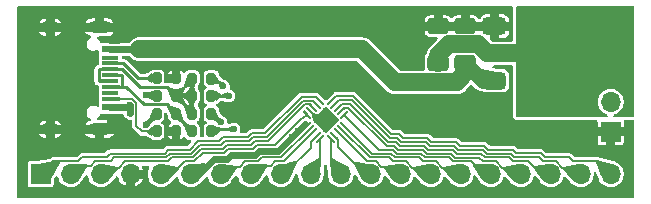
<source format=gtl>
G04 #@! TF.GenerationSoftware,KiCad,Pcbnew,9.0.3*
G04 #@! TF.CreationDate,2025-08-03T15:25:39-04:00*
G04 #@! TF.ProjectId,CH32V003F4U6,43483332-5630-4303-9346-3455362e6b69,rev?*
G04 #@! TF.SameCoordinates,Original*
G04 #@! TF.FileFunction,Copper,L1,Top*
G04 #@! TF.FilePolarity,Positive*
%FSLAX46Y46*%
G04 Gerber Fmt 4.6, Leading zero omitted, Abs format (unit mm)*
G04 Created by KiCad (PCBNEW 9.0.3) date 2025-08-03 15:25:39*
%MOMM*%
%LPD*%
G01*
G04 APERTURE LIST*
G04 Aperture macros list*
%AMRoundRect*
0 Rectangle with rounded corners*
0 $1 Rounding radius*
0 $2 $3 $4 $5 $6 $7 $8 $9 X,Y pos of 4 corners*
0 Add a 4 corners polygon primitive as box body*
4,1,4,$2,$3,$4,$5,$6,$7,$8,$9,$2,$3,0*
0 Add four circle primitives for the rounded corners*
1,1,$1+$1,$2,$3*
1,1,$1+$1,$4,$5*
1,1,$1+$1,$6,$7*
1,1,$1+$1,$8,$9*
0 Add four rect primitives between the rounded corners*
20,1,$1+$1,$2,$3,$4,$5,0*
20,1,$1+$1,$4,$5,$6,$7,0*
20,1,$1+$1,$6,$7,$8,$9,0*
20,1,$1+$1,$8,$9,$2,$3,0*%
%AMRotRect*
0 Rectangle, with rotation*
0 The origin of the aperture is its center*
0 $1 length*
0 $2 width*
0 $3 Rotation angle, in degrees counterclockwise*
0 Add horizontal line*
21,1,$1,$2,0,0,$3*%
G04 Aperture macros list end*
G04 #@! TA.AperFunction,ComponentPad*
%ADD10R,1.700000X1.700000*%
G04 #@! TD*
G04 #@! TA.AperFunction,ComponentPad*
%ADD11O,1.700000X1.700000*%
G04 #@! TD*
G04 #@! TA.AperFunction,SMDPad,CuDef*
%ADD12RoundRect,0.250000X0.650000X-0.412500X0.650000X0.412500X-0.650000X0.412500X-0.650000X-0.412500X0*%
G04 #@! TD*
G04 #@! TA.AperFunction,SMDPad,CuDef*
%ADD13R,1.450000X0.600000*%
G04 #@! TD*
G04 #@! TA.AperFunction,SMDPad,CuDef*
%ADD14R,1.450000X0.300000*%
G04 #@! TD*
G04 #@! TA.AperFunction,ComponentPad*
%ADD15O,2.100000X1.000000*%
G04 #@! TD*
G04 #@! TA.AperFunction,ComponentPad*
%ADD16O,1.600000X1.000000*%
G04 #@! TD*
G04 #@! TA.AperFunction,SMDPad,CuDef*
%ADD17RoundRect,0.200000X-0.200000X-0.275000X0.200000X-0.275000X0.200000X0.275000X-0.200000X0.275000X0*%
G04 #@! TD*
G04 #@! TA.AperFunction,SMDPad,CuDef*
%ADD18RoundRect,0.200000X0.200000X0.275000X-0.200000X0.275000X-0.200000X-0.275000X0.200000X-0.275000X0*%
G04 #@! TD*
G04 #@! TA.AperFunction,SMDPad,CuDef*
%ADD19RoundRect,0.375000X-0.625000X-0.375000X0.625000X-0.375000X0.625000X0.375000X-0.625000X0.375000X0*%
G04 #@! TD*
G04 #@! TA.AperFunction,SMDPad,CuDef*
%ADD20RoundRect,0.500000X-0.500000X-1.400000X0.500000X-1.400000X0.500000X1.400000X-0.500000X1.400000X0*%
G04 #@! TD*
G04 #@! TA.AperFunction,SMDPad,CuDef*
%ADD21RoundRect,0.050000X-0.300520X0.229810X0.229810X-0.300520X0.300520X-0.229810X-0.229810X0.300520X0*%
G04 #@! TD*
G04 #@! TA.AperFunction,SMDPad,CuDef*
%ADD22RoundRect,0.050000X-0.300520X-0.229810X-0.229810X-0.300520X0.300520X0.229810X0.229810X0.300520X0*%
G04 #@! TD*
G04 #@! TA.AperFunction,SMDPad,CuDef*
%ADD23RotRect,1.650000X1.650000X315.000000*%
G04 #@! TD*
G04 #@! TA.AperFunction,ViaPad*
%ADD24C,0.600000*%
G04 #@! TD*
G04 #@! TA.AperFunction,Conductor*
%ADD25C,0.600000*%
G04 #@! TD*
G04 #@! TA.AperFunction,Conductor*
%ADD26C,0.200000*%
G04 #@! TD*
G04 #@! TA.AperFunction,Conductor*
%ADD27C,1.500000*%
G04 #@! TD*
G04 #@! TA.AperFunction,Conductor*
%ADD28C,1.300000*%
G04 #@! TD*
G04 #@! TA.AperFunction,Conductor*
%ADD29C,1.000000*%
G04 #@! TD*
G04 #@! TA.AperFunction,Conductor*
%ADD30C,0.250000*%
G04 #@! TD*
G04 APERTURE END LIST*
D10*
X177292000Y-124445000D03*
D11*
X177292000Y-121905000D03*
X177292000Y-119365000D03*
D12*
X165000000Y-118625000D03*
X165000000Y-115500000D03*
D13*
X134945000Y-116650000D03*
X134945000Y-117450000D03*
D14*
X134945000Y-118650000D03*
X134945000Y-119650000D03*
X134945000Y-120150000D03*
X134945000Y-121150000D03*
D13*
X134945000Y-122350000D03*
X134945000Y-123150000D03*
X134945000Y-123150000D03*
X134945000Y-122350000D03*
D14*
X134945000Y-121650000D03*
X134945000Y-120650000D03*
X134945000Y-119150000D03*
X134945000Y-118150000D03*
D13*
X134945000Y-117450000D03*
X134945000Y-116650000D03*
D15*
X134030000Y-115580000D03*
D16*
X129850000Y-115580000D03*
D15*
X134030000Y-124220000D03*
D16*
X129850000Y-124220000D03*
D12*
X162700000Y-118625000D03*
X162700000Y-115500000D03*
D17*
X141850000Y-121417938D03*
X143500000Y-121417938D03*
D18*
X140500000Y-121391565D03*
X138850000Y-121391565D03*
D17*
X141850000Y-119926908D03*
X143500000Y-119926908D03*
X141850000Y-122908968D03*
X143500000Y-122908968D03*
D18*
X140500000Y-122900000D03*
X138850000Y-122900000D03*
D19*
X167450000Y-115500000D03*
X167450000Y-117800000D03*
D20*
X173750000Y-117800000D03*
D19*
X167450000Y-120100000D03*
D17*
X141850000Y-124399998D03*
X143500000Y-124399998D03*
D21*
X152702381Y-121853010D03*
X152419538Y-122135852D03*
X152136695Y-122418695D03*
X151853852Y-122701538D03*
X151571010Y-122984381D03*
D22*
X151571010Y-123903619D03*
X151853852Y-124186462D03*
X152136695Y-124469305D03*
X152419538Y-124752148D03*
X152702381Y-125034990D03*
D21*
X153621619Y-125034990D03*
X153904462Y-124752148D03*
X154187305Y-124469305D03*
X154470148Y-124186462D03*
X154752990Y-123903619D03*
D22*
X154752990Y-122984381D03*
X154470148Y-122701538D03*
X154187305Y-122418695D03*
X153904462Y-122135852D03*
X153621619Y-121853010D03*
D23*
X153162000Y-123444000D03*
D17*
X138850000Y-124400000D03*
X140500000Y-124400000D03*
X138850000Y-119891565D03*
X140500000Y-119891565D03*
D10*
X129032000Y-128016000D03*
D11*
X131572000Y-128016000D03*
X134112000Y-128016000D03*
X136652000Y-128016000D03*
X139192000Y-128016000D03*
X141732000Y-128016000D03*
X144272000Y-128016000D03*
X146812000Y-128016000D03*
X149352000Y-128016000D03*
X151892000Y-128016000D03*
X154432000Y-128016000D03*
X156972000Y-128016000D03*
X159512000Y-128016000D03*
X162052000Y-128016000D03*
X164592000Y-128016000D03*
X167132000Y-128016000D03*
X169672000Y-128016000D03*
X172212000Y-128016000D03*
X174752000Y-128016000D03*
X177292000Y-128016000D03*
D24*
X143057792Y-129484503D03*
X140520835Y-129484503D03*
X153162000Y-123444000D03*
X132909964Y-129484503D03*
X145594749Y-129484503D03*
X173501276Y-129484503D03*
X160700000Y-116100000D03*
X155742577Y-129484503D03*
X159900000Y-116500000D03*
X176038233Y-129484503D03*
X150668663Y-129484503D03*
X159900000Y-115700000D03*
X152400000Y-123444000D03*
X160816491Y-129484503D03*
X163353448Y-129484503D03*
X137983878Y-129484503D03*
X160700000Y-116900000D03*
X153205620Y-129484503D03*
X148131706Y-129484503D03*
X130373007Y-129484503D03*
X153162000Y-122682000D03*
X160700000Y-115300000D03*
X153924000Y-123444000D03*
X153162000Y-124206000D03*
X160700000Y-114500000D03*
X159900000Y-114900000D03*
X159900000Y-117300000D03*
X168427362Y-129484503D03*
X165890405Y-129484503D03*
X170964319Y-129484503D03*
X160700000Y-117700000D03*
X158279534Y-129484503D03*
X135446921Y-129484503D03*
X138300000Y-117450000D03*
X136610283Y-122852988D03*
X136610283Y-122200000D03*
X137400000Y-117450000D03*
X171200000Y-122400000D03*
X170800000Y-117500000D03*
X171800000Y-116100000D03*
X174700000Y-122400000D03*
X175800000Y-119600000D03*
X175800000Y-118200000D03*
X173400000Y-121700000D03*
X171200000Y-121000000D03*
X176700000Y-116800000D03*
X174940000Y-115300000D03*
X173180000Y-115300000D03*
X173400000Y-120300000D03*
X172080000Y-121000000D03*
X172300000Y-115300000D03*
X150844977Y-124355023D03*
X144300000Y-123648000D03*
X174500000Y-114600000D03*
X171680000Y-117500000D03*
X173840000Y-121000000D03*
X171680000Y-120300000D03*
X176300000Y-117500000D03*
X173900000Y-122400000D03*
X172080000Y-118200000D03*
X173700000Y-114600000D03*
X172080000Y-119600000D03*
X171200000Y-118200000D03*
X176300000Y-114600000D03*
X170800000Y-116100000D03*
X172180000Y-116800000D03*
X176700000Y-118200000D03*
X171680000Y-118900000D03*
X150350000Y-124850000D03*
X170800000Y-118900000D03*
X174300000Y-121700000D03*
X175800000Y-116800000D03*
X177200000Y-116100000D03*
X172800000Y-114600000D03*
X173000000Y-122400000D03*
X177200000Y-117500000D03*
X172080000Y-122400000D03*
X176300000Y-116100000D03*
X175400000Y-114600000D03*
X175400000Y-116100000D03*
X175200000Y-121700000D03*
X172960000Y-121000000D03*
X172560000Y-120300000D03*
X171680000Y-121700000D03*
X174060000Y-115300000D03*
X171300000Y-116800000D03*
X170800000Y-120300000D03*
X175820000Y-115300000D03*
X171300000Y-115300000D03*
X171200000Y-119600000D03*
X175400000Y-117500000D03*
X176700000Y-115300000D03*
X175200000Y-120300000D03*
X174700000Y-121000000D03*
X176100000Y-120300000D03*
X174300000Y-120300000D03*
X170800000Y-121700000D03*
X172560000Y-121700000D03*
X176200000Y-118900000D03*
X171800000Y-114600000D03*
X175600000Y-121000000D03*
X175300000Y-118900000D03*
X138000000Y-121300000D03*
X137922646Y-123873000D03*
X144500000Y-120600000D03*
X145404000Y-124200000D03*
X144952000Y-121391565D03*
D25*
X135495000Y-123700000D02*
X135800000Y-123700000D01*
D26*
X152149509Y-122997195D02*
X152149509Y-123193509D01*
X152149509Y-123193509D02*
X152400000Y-123444000D01*
X152596314Y-123444000D02*
X153162000Y-123444000D01*
D25*
X134945000Y-123150000D02*
X135495000Y-123700000D01*
X134945000Y-116650000D02*
X135550000Y-116650000D01*
D26*
X151853852Y-122701538D02*
X152596314Y-123444000D01*
X151853852Y-122701538D02*
X152149509Y-122997195D01*
D25*
X135400000Y-116195000D02*
X135400000Y-116100000D01*
D26*
X152846805Y-122997195D02*
X153162000Y-122682000D01*
D25*
X135550000Y-116650000D02*
X136200000Y-116000000D01*
D26*
X152149509Y-122997195D02*
X152846805Y-122997195D01*
D25*
X134945000Y-116650000D02*
X135400000Y-116195000D01*
X138300000Y-117450000D02*
X134945000Y-117450000D01*
D27*
X138300000Y-117450000D02*
X156250000Y-117450000D01*
D25*
X136610283Y-122212283D02*
X136600000Y-122202000D01*
D28*
X166475000Y-120100000D02*
X167450000Y-120100000D01*
D27*
X137400000Y-117450000D02*
X138300000Y-117450000D01*
D25*
X136610283Y-122852988D02*
X136610283Y-122212283D01*
D27*
X164248000Y-120252000D02*
X165000000Y-119500000D01*
D28*
X165000000Y-118625000D02*
X166475000Y-120100000D01*
D27*
X159052000Y-120252000D02*
X164248000Y-120252000D01*
D25*
X136598000Y-122202000D02*
X136450000Y-122350000D01*
X136600000Y-122202000D02*
X136598000Y-122202000D01*
D27*
X156250000Y-117450000D02*
X159052000Y-120252000D01*
D25*
X136450000Y-122350000D02*
X134945000Y-122350000D01*
D29*
X165000000Y-119500000D02*
X165000000Y-118625000D01*
D25*
X142882049Y-127600000D02*
X142148000Y-127600000D01*
D27*
X167450000Y-117800000D02*
X166838246Y-117800000D01*
X166838246Y-117800000D02*
X166077746Y-117039500D01*
D25*
X144803709Y-126739000D02*
X143743049Y-126739000D01*
D27*
X163623000Y-117039500D02*
X162700000Y-117962500D01*
D25*
X142148000Y-127600000D02*
X141732000Y-128016000D01*
X150844977Y-124355023D02*
X151400000Y-123800000D01*
X149115000Y-126085000D02*
X147535261Y-126085000D01*
D30*
X144300000Y-123648000D02*
X143560968Y-122908968D01*
D25*
X145130709Y-126412000D02*
X144803709Y-126739000D01*
D30*
X143560968Y-122908968D02*
X143500000Y-122908968D01*
D27*
X167450000Y-117800000D02*
X173750000Y-117800000D01*
X162700000Y-117962500D02*
X162700000Y-118625000D01*
D25*
X143743049Y-126739000D02*
X142882049Y-127600000D01*
X150350000Y-124850000D02*
X149115000Y-126085000D01*
X147208261Y-126412000D02*
X145130709Y-126412000D01*
X150350000Y-124850000D02*
X150844977Y-124355023D01*
X147535261Y-126085000D02*
X147208261Y-126412000D01*
D27*
X166077746Y-117039500D02*
X163623000Y-117039500D01*
D30*
X138850000Y-119891565D02*
X137291565Y-119891565D01*
X136050000Y-118650000D02*
X134945000Y-118650000D01*
X137291565Y-119891565D02*
X136050000Y-118650000D01*
X140500000Y-122900000D02*
X139718565Y-122118565D01*
X136303378Y-120650000D02*
X135850000Y-120650000D01*
X139718565Y-122118565D02*
X137771943Y-122118565D01*
X135922000Y-120578000D02*
X135850000Y-120650000D01*
X135920000Y-119650000D02*
X135922000Y-119652000D01*
X140500000Y-122900000D02*
X140500000Y-123050000D01*
X135850000Y-120650000D02*
X134945000Y-120650000D01*
X134945000Y-119650000D02*
X135920000Y-119650000D01*
X137771943Y-122118565D02*
X136303378Y-120650000D01*
X140500000Y-123050000D02*
X141850000Y-124400000D01*
X135922000Y-119652000D02*
X135922000Y-120578000D01*
X133970000Y-119150000D02*
X133968000Y-119152000D01*
X133968000Y-120148000D02*
X133970000Y-120150000D01*
X134945000Y-119150000D02*
X133970000Y-119150000D01*
D26*
X141883131Y-119926908D02*
X141883131Y-120008434D01*
D30*
X141850000Y-122908968D02*
X141850000Y-122741565D01*
X141875000Y-119935039D02*
X141883131Y-119926908D01*
X140500000Y-121391565D02*
X141875000Y-121391565D01*
X141875000Y-121391565D02*
X141875000Y-119935039D01*
X141850000Y-122741565D02*
X140500000Y-121391565D01*
X141850000Y-122908968D02*
X141850000Y-121417938D01*
D26*
X141883131Y-120008434D02*
X140500000Y-121391565D01*
D30*
X135953159Y-119150000D02*
X137467724Y-120664565D01*
X137467724Y-120664565D02*
X139773000Y-120664565D01*
X133968000Y-119152000D02*
X133968000Y-120148000D01*
X133970000Y-120150000D02*
X134945000Y-120150000D01*
X139773000Y-120664565D02*
X140500000Y-121391565D01*
X134945000Y-119150000D02*
X135953159Y-119150000D01*
D26*
X138664645Y-124400000D02*
X138850000Y-124400000D01*
X134945000Y-121650000D02*
X136805574Y-121650000D01*
X137137283Y-123937283D02*
X137600000Y-124400000D01*
X137137283Y-121981709D02*
X137137283Y-123937283D01*
X137600000Y-124400000D02*
X138850000Y-124400000D01*
X136805574Y-121650000D02*
X137137283Y-121981709D01*
X157134371Y-126285000D02*
X158705896Y-126285000D01*
X159032896Y-126612000D02*
X161110448Y-126612000D01*
D30*
X164106385Y-127529530D02*
X164557058Y-127981058D01*
D26*
X164076000Y-127500000D02*
X164592000Y-128016000D01*
X158705896Y-126285000D02*
X159032896Y-126612000D01*
X163059109Y-127500000D02*
X164076000Y-127500000D01*
X161110448Y-126612000D02*
X161437448Y-126939000D01*
X161437448Y-126939000D02*
X162498109Y-126939000D01*
D30*
X176595000Y-121905000D02*
X177292000Y-121905000D01*
X164557058Y-127981058D02*
X164592000Y-128016000D01*
D26*
X154752990Y-123903619D02*
X157134371Y-126285000D01*
X162498109Y-126939000D02*
X163059109Y-127500000D01*
X146910626Y-124577000D02*
X146583626Y-124904000D01*
X144179074Y-125231000D02*
X142384365Y-125231000D01*
X146583626Y-124904000D02*
X144506074Y-124904000D01*
X151143619Y-121469038D02*
X148035657Y-124577000D01*
X139862656Y-125958000D02*
X139535656Y-126285000D01*
X141657365Y-125958000D02*
X139862656Y-125958000D01*
X134630104Y-126573000D02*
X132552552Y-126573000D01*
X130109000Y-126939000D02*
X129032000Y-128016000D01*
X142384365Y-125231000D02*
X141657365Y-125958000D01*
X134918104Y-126285000D02*
X134630104Y-126573000D01*
X132552552Y-126573000D02*
X132186552Y-126939000D01*
X148035657Y-124577000D02*
X146910626Y-124577000D01*
X152318409Y-121469038D02*
X151143619Y-121469038D01*
X144506074Y-124904000D02*
X144179074Y-125231000D01*
X132186552Y-126939000D02*
X130109000Y-126939000D01*
X152702381Y-121853010D02*
X152318409Y-121469038D01*
X139535656Y-126285000D02*
X134918104Y-126285000D01*
X144314522Y-125558000D02*
X142519813Y-125558000D01*
X133665891Y-126939000D02*
X133304891Y-127300000D01*
X133304891Y-127300000D02*
X132288000Y-127300000D01*
D30*
X138000000Y-121300000D02*
X138091565Y-121391565D01*
D26*
X152419538Y-122135852D02*
X152079724Y-121796038D01*
D30*
X138091565Y-121391565D02*
X138850000Y-121391565D01*
D26*
X151279067Y-121796038D02*
X148171105Y-124904000D01*
X132288000Y-127300000D02*
X131572000Y-128016000D01*
X152079724Y-121796038D02*
X151279067Y-121796038D01*
X141792813Y-126285000D02*
X139998104Y-126285000D01*
X139998104Y-126285000D02*
X139671104Y-126612000D01*
X146719074Y-125231000D02*
X144641522Y-125231000D01*
X134961000Y-126939000D02*
X133665891Y-126939000D01*
X139671104Y-126612000D02*
X135288000Y-126612000D01*
X144641522Y-125231000D02*
X144314522Y-125558000D01*
X142519813Y-125558000D02*
X141792813Y-126285000D01*
X147046074Y-124904000D02*
X146719074Y-125231000D01*
X135288000Y-126612000D02*
X134961000Y-126939000D01*
X148171105Y-124904000D02*
X147046074Y-124904000D01*
D30*
X138895646Y-122900000D02*
X138900000Y-122900000D01*
D26*
X140133552Y-126612000D02*
X139806552Y-126939000D01*
X147181522Y-125231000D02*
X146854522Y-125558000D01*
X141928261Y-126612000D02*
X140133552Y-126612000D01*
X152136695Y-122418695D02*
X151841038Y-122123038D01*
D30*
X137922646Y-123873000D02*
X138895646Y-122900000D01*
D26*
X144776970Y-125558000D02*
X144449970Y-125885000D01*
X148306553Y-125231000D02*
X147181522Y-125231000D01*
X136205891Y-126939000D02*
X135644891Y-127500000D01*
X134628000Y-127500000D02*
X134112000Y-128016000D01*
X135644891Y-127500000D02*
X134628000Y-127500000D01*
X142655261Y-125885000D02*
X141928261Y-126612000D01*
X151841038Y-122123038D02*
X151414515Y-122123038D01*
X144449970Y-125885000D02*
X142655261Y-125885000D01*
X139806552Y-126939000D02*
X136205891Y-126939000D01*
X151414515Y-122123038D02*
X148306553Y-125231000D01*
X146854522Y-125558000D02*
X144776970Y-125558000D01*
X144585418Y-126212000D02*
X142790709Y-126212000D01*
X142063709Y-126939000D02*
X141285891Y-126939000D01*
X151181710Y-123273000D02*
X148896710Y-125558000D01*
X147316970Y-125558000D02*
X146989970Y-125885000D01*
X151561555Y-122961556D02*
X151300000Y-122700000D01*
X148896710Y-125558000D02*
X147316970Y-125558000D01*
X146989970Y-125885000D02*
X144912418Y-125885000D01*
X141285891Y-126939000D02*
X140624891Y-127600000D01*
X142790709Y-126212000D02*
X142063709Y-126939000D01*
X151571010Y-122971010D02*
X151300000Y-122700000D01*
X139608000Y-127600000D02*
X139192000Y-128016000D01*
X151282391Y-123273000D02*
X151181710Y-123273000D01*
X144912418Y-125885000D02*
X144585418Y-126212000D01*
X139420976Y-127790456D02*
X139192000Y-128016000D01*
X151571010Y-122984381D02*
X151571010Y-122971010D01*
X140624891Y-127600000D02*
X139608000Y-127600000D01*
X151571010Y-122984381D02*
X151282391Y-123273000D01*
X151571010Y-122984381D02*
X151561555Y-122961556D01*
X147735261Y-126630291D02*
X147426552Y-126939000D01*
X145904891Y-127400000D02*
X144888000Y-127400000D01*
X151853852Y-124186462D02*
X149428314Y-126612000D01*
X143535343Y-119635343D02*
X143533131Y-119635343D01*
X144500000Y-120600000D02*
X143535343Y-119635343D01*
X144888000Y-127400000D02*
X144272000Y-128016000D01*
X149428314Y-126612000D02*
X147753551Y-126612000D01*
X147753551Y-126612000D02*
X147735261Y-126630290D01*
X146365891Y-126939000D02*
X145904891Y-127400000D01*
X147426552Y-126939000D02*
X146365891Y-126939000D01*
X147735261Y-126630290D02*
X147735261Y-126630291D01*
X147528000Y-127300000D02*
X146812000Y-128016000D01*
X148905891Y-126939000D02*
X148544891Y-127300000D01*
X149667000Y-126939000D02*
X148905891Y-126939000D01*
X148544891Y-127300000D02*
X147528000Y-127300000D01*
D30*
X145404000Y-124200000D02*
X143700000Y-124200000D01*
X143700000Y-124200000D02*
X143500000Y-124400000D01*
D26*
X152136695Y-124469305D02*
X149667000Y-126939000D01*
X151900000Y-125271686D02*
X151900000Y-125800000D01*
X152419538Y-124752148D02*
X151900000Y-125271686D01*
X149684000Y-128016000D02*
X149352000Y-128016000D01*
X151900000Y-125800000D02*
X149684000Y-128016000D01*
D30*
X144952000Y-121391565D02*
X143500000Y-121391565D01*
X149538815Y-127564989D02*
G75*
G03*
X149351993Y-128016000I450985J-451011D01*
G01*
D26*
X152702381Y-127205619D02*
X151892000Y-128016000D01*
X152702381Y-125034990D02*
X152702381Y-127205619D01*
X153623634Y-127207634D02*
X154432000Y-128016000D01*
X153621619Y-125034990D02*
X153623634Y-125037005D01*
X153623634Y-125037005D02*
X153623634Y-127207634D01*
X154200119Y-125047805D02*
X154200119Y-125700119D01*
X153904462Y-124752148D02*
X154200119Y-125047805D01*
X154200119Y-125700119D02*
X156516000Y-128016000D01*
X156516000Y-128016000D02*
X156972000Y-128016000D01*
X157418109Y-126939000D02*
X157879109Y-127400000D01*
X154187305Y-124469305D02*
X156657000Y-126939000D01*
X158962246Y-127466245D02*
X159512000Y-128016000D01*
X158896000Y-127400000D02*
X159512000Y-128016000D01*
X156657000Y-126939000D02*
X157418109Y-126939000D01*
X157879109Y-127400000D02*
X158896000Y-127400000D01*
X160519109Y-127500000D02*
X161536000Y-127500000D01*
X159958109Y-126939000D02*
X160519109Y-127500000D01*
X161536000Y-127500000D02*
X162052000Y-128016000D01*
X154470148Y-124186462D02*
X156895686Y-126612000D01*
X156895686Y-126612000D02*
X158570448Y-126612000D01*
X158570448Y-126612000D02*
X158897448Y-126939000D01*
X158897448Y-126939000D02*
X159958109Y-126939000D01*
X159168344Y-126285000D02*
X161245896Y-126285000D01*
X157726609Y-125958000D02*
X158841344Y-125958000D01*
X163977674Y-126939226D02*
X165439226Y-126939226D01*
X154752990Y-122984381D02*
X157726609Y-125958000D01*
X158841344Y-125958000D02*
X159168344Y-126285000D01*
X163650448Y-126612000D02*
X163977674Y-126939226D01*
X165439226Y-126939226D02*
X166516000Y-128016000D01*
X166516000Y-128016000D02*
X167132000Y-128016000D01*
X161572896Y-126612000D02*
X163650448Y-126612000D01*
X161245896Y-126285000D02*
X161572896Y-126612000D01*
X166517448Y-126939000D02*
X167578109Y-126939000D01*
X154470148Y-122701538D02*
X154765805Y-122405881D01*
X158976792Y-125631000D02*
X159303792Y-125958000D01*
X159303792Y-125958000D02*
X161381344Y-125958000D01*
X166190674Y-126612226D02*
X166517448Y-126939000D01*
X154765805Y-122405881D02*
X155096558Y-122405881D01*
X168139109Y-127500000D02*
X169156000Y-127500000D01*
X161708344Y-126285000D02*
X163785896Y-126285000D01*
X161381344Y-125958000D02*
X161708344Y-126285000D01*
X163785896Y-126285000D02*
X164113122Y-126612226D01*
X169156000Y-127500000D02*
X169672000Y-128016000D01*
X155096558Y-122405881D02*
X158321677Y-125631000D01*
X164113122Y-126612226D02*
X166190674Y-126612226D01*
X158321677Y-125631000D02*
X158976792Y-125631000D01*
X167578109Y-126939000D02*
X168139109Y-127500000D01*
X169000000Y-126900000D02*
X169039000Y-126939000D01*
X169039000Y-126939000D02*
X170339000Y-126939000D01*
X159439240Y-125631000D02*
X161516792Y-125631000D01*
X166326122Y-126285226D02*
X166652896Y-126612000D01*
X158457125Y-125304000D02*
X159112240Y-125304000D01*
X154187305Y-122418695D02*
X154527119Y-122078881D01*
X155232006Y-122078881D02*
X158457125Y-125304000D01*
X154527119Y-122078881D02*
X155232006Y-122078881D01*
X163921344Y-125958000D02*
X164248570Y-126285226D01*
X161516792Y-125631000D02*
X161843792Y-125958000D01*
X159112240Y-125304000D02*
X159439240Y-125631000D01*
X170339000Y-126939000D02*
X171416000Y-128016000D01*
X161843792Y-125958000D02*
X163921344Y-125958000D01*
X168730448Y-126612000D02*
X169000000Y-126881552D01*
X171416000Y-128016000D02*
X172212000Y-128016000D01*
X166652896Y-126612000D02*
X168730448Y-126612000D01*
X169000000Y-126881552D02*
X169000000Y-126900000D01*
X164248570Y-126285226D02*
X166326122Y-126285226D01*
X166788344Y-126285000D02*
X168865896Y-126285000D01*
X155367454Y-121751881D02*
X158592573Y-124977000D01*
X168865896Y-126285000D02*
X169153896Y-126573000D01*
X171597448Y-126939000D02*
X172658109Y-126939000D01*
X169153896Y-126573000D02*
X171231448Y-126573000D01*
X161652240Y-125304000D02*
X161979240Y-125631000D01*
X171231448Y-126573000D02*
X171597448Y-126939000D01*
X159574688Y-125304000D02*
X161652240Y-125304000D01*
X174236000Y-127500000D02*
X174752000Y-128016000D01*
X154288433Y-121751881D02*
X155367454Y-121751881D01*
X161979240Y-125631000D02*
X164056792Y-125631000D01*
X164056792Y-125631000D02*
X164384018Y-125958226D01*
X158592573Y-124977000D02*
X159247688Y-124977000D01*
X159247688Y-124977000D02*
X159574688Y-125304000D01*
X166461570Y-125958226D02*
X166788344Y-126285000D01*
X173219109Y-127500000D02*
X174236000Y-127500000D01*
X164384018Y-125958226D02*
X166461570Y-125958226D01*
X153904462Y-122135852D02*
X154288433Y-121751881D01*
X172658109Y-126939000D02*
X173219109Y-127500000D01*
X155502902Y-121424881D02*
X158728021Y-124650000D01*
X159710136Y-124977000D02*
X161787688Y-124977000D01*
X164192240Y-125304000D02*
X164519466Y-125631226D01*
X159383136Y-124650000D02*
X159710136Y-124977000D01*
X158728021Y-124650000D02*
X159383136Y-124650000D01*
X164519466Y-125631226D02*
X166597018Y-125631226D01*
X176215000Y-126939000D02*
X177292000Y-128016000D01*
X169001344Y-125958000D02*
X169289344Y-126246000D01*
X171366896Y-126246000D02*
X171732896Y-126612000D01*
X153621619Y-121853010D02*
X154049748Y-121424881D01*
X169289344Y-126246000D02*
X171366896Y-126246000D01*
X166597018Y-125631226D02*
X166923792Y-125958000D01*
X166923792Y-125958000D02*
X169001344Y-125958000D01*
X171732896Y-126612000D02*
X173810448Y-126612000D01*
X161787688Y-124977000D02*
X162114688Y-125304000D01*
X174137448Y-126939000D02*
X176215000Y-126939000D01*
X154049748Y-121424881D02*
X155502902Y-121424881D01*
X173810448Y-126612000D02*
X174137448Y-126939000D01*
X177292000Y-128016000D02*
X177031800Y-127759336D01*
X162114688Y-125304000D02*
X164192240Y-125304000D01*
G04 #@! TA.AperFunction,Conductor*
G36*
X142000698Y-120546365D02*
G01*
X142003100Y-120549850D01*
X142231318Y-121058692D01*
X142231577Y-121067643D01*
X142228547Y-121072107D01*
X141857904Y-121411696D01*
X141849489Y-121414758D01*
X141842096Y-121411696D01*
X141471970Y-121072582D01*
X141468185Y-121064466D01*
X141469596Y-121058364D01*
X141746677Y-120549047D01*
X141753641Y-120543417D01*
X141756955Y-120542938D01*
X141992425Y-120542938D01*
X142000698Y-120546365D01*
G37*
G04 #@! TD.AperFunction*
G04 #@! TA.AperFunction,Conductor*
G36*
X134222134Y-120000440D02*
G01*
X134824643Y-120124926D01*
X134890543Y-120138542D01*
X134897952Y-120143572D01*
X134899634Y-120152367D01*
X134894604Y-120159776D01*
X134890543Y-120161458D01*
X134222137Y-120299558D01*
X134217847Y-120299641D01*
X134079777Y-120276629D01*
X134072179Y-120271888D01*
X134070000Y-120265088D01*
X134070000Y-120034911D01*
X134073427Y-120026638D01*
X134079775Y-120023370D01*
X134217851Y-120000358D01*
X134222134Y-120000440D01*
G37*
G04 #@! TD.AperFunction*
G04 #@! TA.AperFunction,Conductor*
G36*
X135810224Y-118523370D02*
G01*
X135817821Y-118528111D01*
X135820000Y-118534911D01*
X135820000Y-118765088D01*
X135816573Y-118773361D01*
X135810223Y-118776629D01*
X135672152Y-118799641D01*
X135667862Y-118799558D01*
X135240082Y-118711174D01*
X134999455Y-118661457D01*
X134992047Y-118656428D01*
X134990365Y-118647633D01*
X134995395Y-118640224D01*
X134999455Y-118638542D01*
X135667865Y-118500440D01*
X135672148Y-118500358D01*
X135810224Y-118523370D01*
G37*
G04 #@! TD.AperFunction*
G04 #@! TA.AperFunction,Conductor*
G36*
X176068916Y-126842541D02*
G01*
X177446959Y-127179674D01*
X177454181Y-127184969D01*
X177455657Y-127193308D01*
X177294518Y-128008318D01*
X177289551Y-128015770D01*
X177285320Y-128017525D01*
X176468268Y-128179853D01*
X176459486Y-128178104D01*
X176454957Y-128172277D01*
X176105096Y-127182333D01*
X176055109Y-127040892D01*
X176054440Y-127036993D01*
X176054440Y-126853907D01*
X176057867Y-126845634D01*
X176066140Y-126842207D01*
X176068916Y-126842541D01*
G37*
G04 #@! TD.AperFunction*
G04 #@! TA.AperFunction,Conductor*
G36*
X141291276Y-123660238D02*
G01*
X141713972Y-123832569D01*
X141931827Y-123921387D01*
X141938194Y-123927683D01*
X141938906Y-123934395D01*
X141851885Y-124394474D01*
X141846980Y-124401967D01*
X141844843Y-124403119D01*
X141460316Y-124561436D01*
X141451362Y-124561417D01*
X141445267Y-124555580D01*
X141149892Y-123924998D01*
X141110786Y-123841514D01*
X141110381Y-123832569D01*
X141113107Y-123828281D01*
X141278589Y-123662799D01*
X141286861Y-123659373D01*
X141291276Y-123660238D01*
G37*
G04 #@! TD.AperFunction*
G04 #@! TA.AperFunction,Conductor*
G36*
X144889983Y-121102025D02*
G01*
X144895743Y-121108882D01*
X144896054Y-121110086D01*
X144952530Y-121389245D01*
X144952530Y-121393885D01*
X144896054Y-121673043D01*
X144891054Y-121680472D01*
X144882266Y-121682191D01*
X144881062Y-121681880D01*
X144365940Y-121519147D01*
X144359083Y-121513387D01*
X144357764Y-121507990D01*
X144357764Y-121275139D01*
X144361191Y-121266866D01*
X144365940Y-121263982D01*
X144881063Y-121101249D01*
X144889983Y-121102025D01*
G37*
G04 #@! TD.AperFunction*
G04 #@! TA.AperFunction,Conductor*
G36*
X148187560Y-127199833D02*
G01*
X148195783Y-127203379D01*
X148199091Y-127211532D01*
X148199091Y-127396643D01*
X148197312Y-127402845D01*
X147525138Y-128478015D01*
X147517846Y-128483214D01*
X147509015Y-128481734D01*
X147508723Y-128481545D01*
X146817515Y-128020347D01*
X146812535Y-128012905D01*
X146812535Y-128008324D01*
X146975917Y-127191875D01*
X146980901Y-127184436D01*
X146987556Y-127182473D01*
X148187560Y-127199833D01*
G37*
G04 #@! TD.AperFunction*
G04 #@! TA.AperFunction,Conductor*
G36*
X159344237Y-127185955D02*
G01*
X159348240Y-127192664D01*
X159511463Y-128008319D01*
X159509726Y-128017104D01*
X159506484Y-128020347D01*
X158814579Y-128482010D01*
X158805795Y-128483752D01*
X158798637Y-128479179D01*
X158085740Y-127503083D01*
X158083488Y-127496182D01*
X158083488Y-127310660D01*
X158086915Y-127302387D01*
X158094099Y-127299011D01*
X159335682Y-127183310D01*
X159344237Y-127185955D01*
G37*
G04 #@! TD.AperFunction*
G04 #@! TA.AperFunction,Conductor*
G36*
X141857902Y-119933148D02*
G01*
X142187200Y-120234855D01*
X142228547Y-120272738D01*
X142232332Y-120280854D01*
X142231318Y-120286153D01*
X142003100Y-120794996D01*
X141996588Y-120801142D01*
X141992425Y-120801908D01*
X141756955Y-120801908D01*
X141748682Y-120798481D01*
X141746677Y-120795799D01*
X141469596Y-120286481D01*
X141468653Y-120277576D01*
X141471968Y-120272265D01*
X141842097Y-119933148D01*
X141850511Y-119930087D01*
X141857902Y-119933148D01*
G37*
G04 #@! TD.AperFunction*
G04 #@! TA.AperFunction,Conductor*
G36*
X138844868Y-122897007D02*
G01*
X138851322Y-122903213D01*
X138852036Y-122905420D01*
X138951909Y-123365760D01*
X138950314Y-123374572D01*
X138945302Y-123378899D01*
X138309742Y-123666716D01*
X138300792Y-123667007D01*
X138296642Y-123664331D01*
X138131208Y-123498897D01*
X138127781Y-123490624D01*
X138128740Y-123485987D01*
X138445518Y-122752785D01*
X138451944Y-122746551D01*
X138460520Y-122746532D01*
X138844868Y-122897007D01*
G37*
G04 #@! TD.AperFunction*
G04 #@! TA.AperFunction,Conductor*
G36*
X150620408Y-126943953D02*
G01*
X150621899Y-126945214D01*
X150753099Y-127076414D01*
X150756526Y-127084687D01*
X150755299Y-127089904D01*
X150064666Y-128476354D01*
X150057909Y-128482231D01*
X150048976Y-128481610D01*
X150047704Y-128480873D01*
X149355337Y-128019402D01*
X149350354Y-128011964D01*
X149188509Y-127194138D01*
X149190264Y-127185358D01*
X149197715Y-127180391D01*
X149197995Y-127180339D01*
X149279099Y-127166663D01*
X149281044Y-127166500D01*
X149712251Y-127166500D01*
X149712253Y-127166500D01*
X149795868Y-127131865D01*
X149856190Y-127071542D01*
X149862510Y-127068282D01*
X150611682Y-126941950D01*
X150620408Y-126943953D01*
G37*
G04 #@! TD.AperFunction*
G04 #@! TA.AperFunction,Conductor*
G36*
X172044160Y-127185987D02*
G01*
X172048258Y-127192779D01*
X172211173Y-128009025D01*
X172209431Y-128017809D01*
X172206188Y-128021051D01*
X171514355Y-128482166D01*
X171505570Y-128483903D01*
X171498587Y-128479555D01*
X170712832Y-127456143D01*
X170710512Y-127447494D01*
X170713838Y-127440746D01*
X170845067Y-127309517D01*
X170852129Y-127306154D01*
X172035578Y-127183431D01*
X172044160Y-127185987D01*
G37*
G04 #@! TD.AperFunction*
G04 #@! TA.AperFunction,Conductor*
G36*
X132947560Y-127199833D02*
G01*
X132955783Y-127203379D01*
X132959091Y-127211532D01*
X132959091Y-127396643D01*
X132957312Y-127402845D01*
X132285138Y-128478015D01*
X132277846Y-128483214D01*
X132269015Y-128481734D01*
X132268723Y-128481545D01*
X131577515Y-128020347D01*
X131572535Y-128012905D01*
X131572535Y-128008324D01*
X131735917Y-127191875D01*
X131740901Y-127184436D01*
X131747556Y-127182473D01*
X132947560Y-127199833D01*
G37*
G04 #@! TD.AperFunction*
G04 #@! TA.AperFunction,Conductor*
G36*
X135672981Y-121500993D02*
G01*
X135812000Y-121547333D01*
X135818765Y-121553201D01*
X135820000Y-121558433D01*
X135820000Y-121741566D01*
X135816573Y-121749839D01*
X135812000Y-121752666D01*
X135672984Y-121799005D01*
X135666917Y-121799363D01*
X134999455Y-121661457D01*
X134992047Y-121656428D01*
X134990365Y-121647633D01*
X134995395Y-121640224D01*
X134999455Y-121638542D01*
X135666920Y-121500636D01*
X135672981Y-121500993D01*
G37*
G04 #@! TD.AperFunction*
G04 #@! TA.AperFunction,Conductor*
G36*
X140654669Y-127424572D02*
G01*
X140660793Y-127427800D01*
X140791473Y-127558480D01*
X140794900Y-127566753D01*
X140791566Y-127574932D01*
X139905531Y-128481297D01*
X139897298Y-128484817D01*
X139890676Y-128482854D01*
X139197811Y-128021051D01*
X139192827Y-128013611D01*
X139192826Y-128009025D01*
X139279468Y-127574932D01*
X139355565Y-127193664D01*
X139360545Y-127186223D01*
X139369184Y-127184454D01*
X140654669Y-127424572D01*
G37*
G04 #@! TD.AperFunction*
G04 #@! TA.AperFunction,Conductor*
G36*
X145341983Y-123910460D02*
G01*
X145347743Y-123917317D01*
X145348054Y-123918521D01*
X145404530Y-124197680D01*
X145404530Y-124202320D01*
X145348054Y-124481478D01*
X145343054Y-124488907D01*
X145334266Y-124490626D01*
X145333062Y-124490315D01*
X144817940Y-124327582D01*
X144811083Y-124321822D01*
X144809764Y-124316425D01*
X144809764Y-124083574D01*
X144813191Y-124075301D01*
X144817940Y-124072417D01*
X145333063Y-123909684D01*
X145341983Y-123910460D01*
G37*
G04 #@! TD.AperFunction*
G04 #@! TA.AperFunction,Conductor*
G36*
X141377256Y-122088676D02*
G01*
X141980532Y-122429415D01*
X141986050Y-122436467D01*
X141986015Y-122442859D01*
X141852407Y-122903808D01*
X141846813Y-122910800D01*
X141844921Y-122911633D01*
X141461186Y-123041529D01*
X141452251Y-123040936D01*
X141446353Y-123034198D01*
X141446346Y-123034179D01*
X141194980Y-122267912D01*
X141195657Y-122258986D01*
X141197821Y-122255998D01*
X141363230Y-122090589D01*
X141371502Y-122087163D01*
X141377256Y-122088676D01*
G37*
G04 #@! TD.AperFunction*
G04 #@! TA.AperFunction,Conductor*
G36*
X152566671Y-123194559D02*
G01*
X152400707Y-123444707D01*
X152105764Y-123502527D01*
X152030775Y-123019882D01*
X152172196Y-122878461D01*
X152566671Y-123194559D01*
G37*
G04 #@! TD.AperFunction*
G04 #@! TA.AperFunction,Conductor*
G36*
X169503759Y-127186193D02*
G01*
X169508384Y-127193384D01*
X169671463Y-128008319D01*
X169669726Y-128017104D01*
X169666484Y-128020347D01*
X168973634Y-128482640D01*
X168964850Y-128484382D01*
X168958477Y-128480772D01*
X168162053Y-127603345D01*
X168159016Y-127595481D01*
X168159016Y-127409961D01*
X168162443Y-127401688D01*
X168168850Y-127398411D01*
X169495047Y-127184130D01*
X169503759Y-127186193D01*
G37*
G04 #@! TD.AperFunction*
G04 #@! TA.AperFunction,Conductor*
G36*
X152798346Y-126671430D02*
G01*
X152801773Y-126679703D01*
X152801758Y-126680295D01*
X152726351Y-128168317D01*
X152722510Y-128176406D01*
X152714074Y-128179410D01*
X152712397Y-128179203D01*
X151896766Y-128017942D01*
X151889314Y-128012975D01*
X151889303Y-128012958D01*
X151426882Y-127319917D01*
X151425140Y-127311133D01*
X151430120Y-127303691D01*
X151431020Y-127303147D01*
X152599771Y-126669417D01*
X152605348Y-126668003D01*
X152790073Y-126668003D01*
X152798346Y-126671430D01*
G37*
G04 #@! TD.AperFunction*
G04 #@! TA.AperFunction,Conductor*
G36*
X152994236Y-123344000D02*
G01*
X152994236Y-123544000D01*
X152458527Y-123738236D01*
X152399000Y-123444000D01*
X152458527Y-123149764D01*
X152994236Y-123344000D01*
G37*
G04 #@! TD.AperFunction*
G04 #@! TA.AperFunction,Conductor*
G36*
X135810224Y-120523370D02*
G01*
X135817821Y-120528111D01*
X135820000Y-120534911D01*
X135820000Y-120765088D01*
X135816573Y-120773361D01*
X135810223Y-120776629D01*
X135672152Y-120799641D01*
X135667862Y-120799558D01*
X135240082Y-120711174D01*
X134999455Y-120661457D01*
X134992047Y-120656428D01*
X134990365Y-120647633D01*
X134995395Y-120640224D01*
X134999455Y-120638542D01*
X135667865Y-120500440D01*
X135672148Y-120500358D01*
X135810224Y-120523370D01*
G37*
G04 #@! TD.AperFunction*
G04 #@! TA.AperFunction,Conductor*
G36*
X164423759Y-127186193D02*
G01*
X164428384Y-127193384D01*
X164591463Y-128008319D01*
X164589726Y-128017104D01*
X164586484Y-128020347D01*
X163893634Y-128482640D01*
X163884850Y-128484382D01*
X163878477Y-128480772D01*
X163082053Y-127603345D01*
X163079016Y-127595481D01*
X163079016Y-127409961D01*
X163082443Y-127401688D01*
X163088850Y-127398411D01*
X164415047Y-127184130D01*
X164423759Y-127186193D01*
G37*
G04 #@! TD.AperFunction*
G04 #@! TA.AperFunction,Conductor*
G36*
X140897852Y-122764990D02*
G01*
X140903796Y-122771688D01*
X140903806Y-122771717D01*
X141165323Y-123534009D01*
X141164766Y-123542947D01*
X141162529Y-123546079D01*
X140997122Y-123711486D01*
X140988849Y-123714913D01*
X140983221Y-123713470D01*
X140374507Y-123379465D01*
X140368902Y-123372481D01*
X140368867Y-123366059D01*
X140497643Y-122905194D01*
X140503169Y-122898151D01*
X140505079Y-122897290D01*
X140888915Y-122764457D01*
X140897852Y-122764990D01*
G37*
G04 #@! TD.AperFunction*
G04 #@! TA.AperFunction,Conductor*
G36*
X143853126Y-121011188D02*
G01*
X144294105Y-121263196D01*
X144299588Y-121270276D01*
X144300000Y-121273354D01*
X144300000Y-121510261D01*
X144296573Y-121518534D01*
X144294736Y-121520032D01*
X143868458Y-121800819D01*
X143859664Y-121802508D01*
X143853455Y-121799016D01*
X143593961Y-121520032D01*
X143506042Y-121425509D01*
X143502918Y-121417119D01*
X143505649Y-121410020D01*
X143838362Y-121013821D01*
X143846306Y-121009690D01*
X143853126Y-121011188D01*
G37*
G04 #@! TD.AperFunction*
G04 #@! TA.AperFunction,Conductor*
G36*
X153163000Y-122682000D02*
G01*
X153220527Y-122976236D01*
X152698322Y-123097195D01*
X152698322Y-122897195D01*
X152912559Y-122515329D01*
X153163000Y-122682000D01*
G37*
G04 #@! TD.AperFunction*
G04 #@! TA.AperFunction,Conductor*
G36*
X142977139Y-127087030D02*
G01*
X142977737Y-127087587D01*
X143390046Y-127499896D01*
X143393473Y-127508169D01*
X143390134Y-127516354D01*
X142445531Y-128481306D01*
X142437295Y-128484820D01*
X142430681Y-128482857D01*
X141735337Y-128019402D01*
X141730354Y-128011964D01*
X141568748Y-127195346D01*
X141570503Y-127186567D01*
X141577954Y-127181600D01*
X141579394Y-127181407D01*
X141778830Y-127167451D01*
X141792013Y-127166529D01*
X141792830Y-127166500D01*
X142108960Y-127166500D01*
X142108962Y-127166500D01*
X142171557Y-127140571D01*
X142175201Y-127139713D01*
X142968647Y-127084189D01*
X142977139Y-127087030D01*
G37*
G04 #@! TD.AperFunction*
G04 #@! TA.AperFunction,Conductor*
G36*
X138513590Y-120987794D02*
G01*
X138844090Y-121384333D01*
X138846754Y-121392882D01*
X138843645Y-121399818D01*
X138495685Y-121771666D01*
X138487530Y-121775366D01*
X138480856Y-121773540D01*
X137986082Y-121458393D01*
X137980946Y-121451058D01*
X137982500Y-121442239D01*
X137984090Y-121440257D01*
X138150186Y-121274161D01*
X138150967Y-121273449D01*
X138497133Y-120986279D01*
X138505687Y-120983635D01*
X138513590Y-120987794D01*
G37*
G04 #@! TD.AperFunction*
G04 #@! TA.AperFunction,Conductor*
G36*
X165788167Y-127141899D02*
G01*
X166453825Y-127159727D01*
X166457984Y-127160613D01*
X166472195Y-127166500D01*
X166706510Y-127166500D01*
X166706823Y-127166504D01*
X166716098Y-127166752D01*
X167283974Y-127181961D01*
X167292151Y-127185608D01*
X167295355Y-127193970D01*
X167295136Y-127195928D01*
X167133650Y-128011937D01*
X167128683Y-128019388D01*
X167128662Y-128019402D01*
X166435098Y-128481671D01*
X166426313Y-128483408D01*
X166418873Y-128478424D01*
X166418800Y-128478313D01*
X165646933Y-127291134D01*
X165645296Y-127282330D01*
X165648467Y-127276485D01*
X165779630Y-127145322D01*
X165787902Y-127141896D01*
X165788167Y-127141899D01*
G37*
G04 #@! TD.AperFunction*
G04 #@! TA.AperFunction,Conductor*
G36*
X141511637Y-121013822D02*
G01*
X141844349Y-121410018D01*
X141847045Y-121418557D01*
X141843956Y-121425510D01*
X141496543Y-121799016D01*
X141488399Y-121802740D01*
X141481541Y-121800819D01*
X141246184Y-121645790D01*
X141055264Y-121520032D01*
X141050240Y-121512619D01*
X141050000Y-121510261D01*
X141050000Y-121273354D01*
X141053427Y-121265081D01*
X141055895Y-121263196D01*
X141496873Y-121011187D01*
X141505755Y-121010058D01*
X141511637Y-121013822D01*
G37*
G04 #@! TD.AperFunction*
G04 #@! TA.AperFunction,Conductor*
G36*
X143975805Y-123143377D02*
G01*
X144455123Y-123392556D01*
X144460883Y-123399412D01*
X144460107Y-123408333D01*
X144459475Y-123409404D01*
X144302015Y-123646734D01*
X144298734Y-123650015D01*
X144061404Y-123807475D01*
X144052616Y-123809194D01*
X144045187Y-123804194D01*
X144044560Y-123803132D01*
X143795377Y-123323806D01*
X143794602Y-123314887D01*
X143797484Y-123310140D01*
X143962139Y-123145485D01*
X143970411Y-123142059D01*
X143975805Y-123143377D01*
G37*
G04 #@! TD.AperFunction*
G04 #@! TA.AperFunction,Conductor*
G36*
X165882868Y-118622181D02*
G01*
X165886295Y-118630454D01*
X165886168Y-118632172D01*
X165737394Y-119634155D01*
X165732789Y-119641836D01*
X165724103Y-119644010D01*
X165723530Y-119643910D01*
X165585094Y-119616266D01*
X165012332Y-119501896D01*
X165004891Y-119496917D01*
X165003151Y-119488133D01*
X165006349Y-119482153D01*
X165866323Y-118622180D01*
X165874595Y-118618754D01*
X165882868Y-118622181D01*
G37*
G04 #@! TD.AperFunction*
G04 #@! TA.AperFunction,Conductor*
G36*
X164964598Y-119340186D02*
G01*
X164969190Y-119347372D01*
X164979070Y-119397236D01*
X164979131Y-119397585D01*
X164979135Y-119397591D01*
X164979133Y-119397596D01*
X164979150Y-119397689D01*
X164987056Y-119447879D01*
X164984959Y-119456585D01*
X164977320Y-119461257D01*
X164968614Y-119459160D01*
X164964022Y-119451974D01*
X164954143Y-119402112D01*
X164954180Y-119401922D01*
X164954078Y-119401758D01*
X164946156Y-119351464D01*
X164948253Y-119342761D01*
X164955892Y-119338089D01*
X164964598Y-119340186D01*
G37*
G04 #@! TD.AperFunction*
G04 #@! TA.AperFunction,Conductor*
G36*
X135615150Y-127398411D02*
G01*
X135622771Y-127403113D01*
X135624984Y-127409961D01*
X135624984Y-127595481D01*
X135621947Y-127603345D01*
X134825522Y-128480772D01*
X134817425Y-128484594D01*
X134810365Y-128482640D01*
X134117515Y-128020347D01*
X134112535Y-128012905D01*
X134112535Y-128008324D01*
X134275615Y-127193382D01*
X134280599Y-127185944D01*
X134288951Y-127184130D01*
X135615150Y-127398411D01*
G37*
G04 #@! TD.AperFunction*
G04 #@! TA.AperFunction,Conductor*
G36*
X140898637Y-121230145D02*
G01*
X140904732Y-121235982D01*
X141239211Y-121950048D01*
X141239617Y-121958994D01*
X141236889Y-121963284D01*
X141071410Y-122128763D01*
X141063137Y-122132190D01*
X141058720Y-122131324D01*
X140418170Y-121870175D01*
X140411803Y-121863879D01*
X140411091Y-121857169D01*
X140498114Y-121397086D01*
X140503019Y-121389595D01*
X140505147Y-121388447D01*
X140889684Y-121230126D01*
X140898637Y-121230145D01*
G37*
G04 #@! TD.AperFunction*
G04 #@! TA.AperFunction,Conductor*
G36*
X155675578Y-127029207D02*
G01*
X156509065Y-127116489D01*
X156516119Y-127119852D01*
X156528132Y-127131865D01*
X156571310Y-127149750D01*
X156611744Y-127166499D01*
X156611745Y-127166499D01*
X156611747Y-127166500D01*
X156986025Y-127166500D01*
X156987243Y-127166563D01*
X157125080Y-127180998D01*
X157132951Y-127185267D01*
X157135497Y-127193853D01*
X157135338Y-127194905D01*
X156973650Y-128011937D01*
X156968683Y-128019388D01*
X156968662Y-128019402D01*
X156275779Y-128481217D01*
X156266994Y-128482954D01*
X156259554Y-128477970D01*
X156259086Y-128477202D01*
X155537132Y-127185267D01*
X155532944Y-127177772D01*
X155531899Y-127168879D01*
X155534882Y-127163794D01*
X155666106Y-127032570D01*
X155674378Y-127029144D01*
X155675578Y-127029207D01*
G37*
G04 #@! TD.AperFunction*
G04 #@! TA.AperFunction,Conductor*
G36*
X144157949Y-120112576D02*
G01*
X144468713Y-120257953D01*
X144654373Y-120344806D01*
X144660414Y-120351416D01*
X144660013Y-120360362D01*
X144659164Y-120361872D01*
X144502015Y-120598734D01*
X144498734Y-120602015D01*
X144261872Y-120759164D01*
X144253084Y-120760883D01*
X144245655Y-120755883D01*
X144244806Y-120754373D01*
X144171997Y-120598734D01*
X144012576Y-120257951D01*
X144012176Y-120249007D01*
X144014900Y-120244724D01*
X144144723Y-120114901D01*
X144152995Y-120111475D01*
X144157949Y-120112576D01*
G37*
G04 #@! TD.AperFunction*
G04 #@! TA.AperFunction,Conductor*
G36*
X139941277Y-122160239D02*
G01*
X140581828Y-122421389D01*
X140588195Y-122427685D01*
X140588907Y-122434397D01*
X140501885Y-122894476D01*
X140496980Y-122901969D01*
X140494843Y-122903121D01*
X140110316Y-123061437D01*
X140101362Y-123061418D01*
X140095267Y-123055581D01*
X139760787Y-122341515D01*
X139760382Y-122332570D01*
X139763108Y-122328282D01*
X139928590Y-122162800D01*
X139936862Y-122159374D01*
X139941277Y-122160239D01*
G37*
G04 #@! TD.AperFunction*
G04 #@! TA.AperFunction,Conductor*
G36*
X143905039Y-122741777D02*
G01*
X144256694Y-123424237D01*
X144257438Y-123433161D01*
X144254567Y-123437869D01*
X144088990Y-123603446D01*
X144080717Y-123606873D01*
X144076926Y-123606242D01*
X143437088Y-123387127D01*
X143430372Y-123381205D01*
X143429309Y-123374322D01*
X143498335Y-122914637D01*
X143502952Y-122906965D01*
X143505192Y-122905665D01*
X143889929Y-122736425D01*
X143898881Y-122736232D01*
X143905039Y-122741777D01*
G37*
G04 #@! TD.AperFunction*
G04 #@! TA.AperFunction,Conductor*
G36*
X141085507Y-120669495D02*
G01*
X141088899Y-120671855D01*
X141219387Y-120802343D01*
X141222814Y-120810616D01*
X141221848Y-120815272D01*
X140904569Y-121546716D01*
X140898133Y-121552942D01*
X140889381Y-121552879D01*
X140505156Y-121394686D01*
X140498810Y-121388367D01*
X140498114Y-121386041D01*
X140411151Y-120926273D01*
X140412980Y-120917508D01*
X140418576Y-120913130D01*
X141076560Y-120669158D01*
X141085507Y-120669495D01*
G37*
G04 #@! TD.AperFunction*
G04 #@! TA.AperFunction,Conductor*
G36*
X174583759Y-127186193D02*
G01*
X174588384Y-127193384D01*
X174751463Y-128008319D01*
X174749726Y-128017104D01*
X174746484Y-128020347D01*
X174053634Y-128482640D01*
X174044850Y-128484382D01*
X174038477Y-128480772D01*
X173242053Y-127603345D01*
X173239016Y-127595481D01*
X173239016Y-127409961D01*
X173242443Y-127401688D01*
X173248850Y-127398411D01*
X174575047Y-127184130D01*
X174583759Y-127186193D01*
G37*
G04 #@! TD.AperFunction*
G04 #@! TA.AperFunction,Conductor*
G36*
X141976018Y-122037395D02*
G01*
X141978225Y-122040467D01*
X142230863Y-122549547D01*
X142231471Y-122558481D01*
X142228287Y-122563375D01*
X141857904Y-122902726D01*
X141849489Y-122905788D01*
X141842096Y-122902726D01*
X141471712Y-122563375D01*
X141467927Y-122555259D01*
X141469135Y-122549548D01*
X141721775Y-122040467D01*
X141728522Y-122034580D01*
X141732255Y-122033968D01*
X141967745Y-122033968D01*
X141976018Y-122037395D01*
G37*
G04 #@! TD.AperFunction*
G04 #@! TA.AperFunction,Conductor*
G36*
X138504119Y-119498936D02*
G01*
X138844155Y-119883818D01*
X138847065Y-119892287D01*
X138844155Y-119899312D01*
X138504119Y-120284193D01*
X138496073Y-120288124D01*
X138489226Y-120286415D01*
X138055575Y-120019990D01*
X138050320Y-120012739D01*
X138050000Y-120010021D01*
X138050000Y-119773108D01*
X138053427Y-119764835D01*
X138055570Y-119763142D01*
X138489226Y-119496713D01*
X138498069Y-119495303D01*
X138504119Y-119498936D01*
G37*
G04 #@! TD.AperFunction*
G04 #@! TA.AperFunction,Conductor*
G36*
X138260507Y-123370486D02*
G01*
X138425159Y-123535138D01*
X138428586Y-123543411D01*
X138427267Y-123548808D01*
X138178090Y-124028123D01*
X138171233Y-124033883D01*
X138162312Y-124033107D01*
X138161241Y-124032475D01*
X137923911Y-123875015D01*
X137920630Y-123871734D01*
X137763170Y-123634404D01*
X137761451Y-123625616D01*
X137766451Y-123618187D01*
X137767505Y-123617564D01*
X138246839Y-123368377D01*
X138255758Y-123367602D01*
X138260507Y-123370486D01*
G37*
G04 #@! TD.AperFunction*
G04 #@! TA.AperFunction,Conductor*
G36*
X152566671Y-123194559D02*
G01*
X152400000Y-123445000D01*
X152105764Y-123502527D01*
X152049509Y-122997195D01*
X152249509Y-122997195D01*
X152566671Y-123194559D01*
G37*
G04 #@! TD.AperFunction*
G04 #@! TA.AperFunction,Conductor*
G36*
X139941277Y-120651804D02*
G01*
X140581828Y-120912954D01*
X140588195Y-120919250D01*
X140588907Y-120925962D01*
X140501885Y-121386041D01*
X140496980Y-121393534D01*
X140494843Y-121394686D01*
X140110316Y-121553002D01*
X140101362Y-121552983D01*
X140095267Y-121547146D01*
X139760787Y-120833080D01*
X139760382Y-120824135D01*
X139763108Y-120819847D01*
X139928590Y-120654365D01*
X139936862Y-120650939D01*
X139941277Y-120651804D01*
G37*
G04 #@! TD.AperFunction*
G04 #@! TA.AperFunction,Conductor*
G36*
X138175952Y-121055402D02*
G01*
X138574265Y-121263284D01*
X138580013Y-121270148D01*
X138580551Y-121273655D01*
X138580551Y-121506476D01*
X138577124Y-121514749D01*
X138570573Y-121518049D01*
X138069514Y-121592601D01*
X138060826Y-121590429D01*
X138056324Y-121583348D01*
X138043113Y-121518049D01*
X137999969Y-121304789D01*
X138001688Y-121296001D01*
X138160830Y-121059247D01*
X138168289Y-121054294D01*
X138175952Y-121055402D01*
G37*
G04 #@! TD.AperFunction*
G04 #@! TA.AperFunction,Conductor*
G36*
X161883759Y-127186193D02*
G01*
X161888384Y-127193384D01*
X162051463Y-128008319D01*
X162049726Y-128017104D01*
X162046484Y-128020347D01*
X161353634Y-128482640D01*
X161344850Y-128484382D01*
X161338477Y-128480772D01*
X160542053Y-127603345D01*
X160539016Y-127595481D01*
X160539016Y-127409961D01*
X160542443Y-127401688D01*
X160548850Y-127398411D01*
X161875047Y-127184130D01*
X161883759Y-127186193D01*
G37*
G04 #@! TD.AperFunction*
G04 #@! TA.AperFunction,Conductor*
G36*
X165007446Y-118633081D02*
G01*
X165505723Y-119282857D01*
X165508038Y-119291508D01*
X165507706Y-119293132D01*
X165217526Y-120329264D01*
X165211994Y-120336307D01*
X165203104Y-120337376D01*
X165197986Y-120334382D01*
X164155469Y-119291865D01*
X164152042Y-119283592D01*
X164152118Y-119282262D01*
X164161298Y-119202651D01*
X164165649Y-119194828D01*
X164166298Y-119194348D01*
X164991563Y-118630539D01*
X165000326Y-118628703D01*
X165007446Y-118633081D01*
G37*
G04 #@! TD.AperFunction*
G04 #@! TA.AperFunction,Conductor*
G36*
X145689900Y-127299011D02*
G01*
X145697817Y-127303190D01*
X145700512Y-127310660D01*
X145700512Y-127496182D01*
X145698260Y-127503083D01*
X144985362Y-128479179D01*
X144977715Y-128483838D01*
X144969420Y-128482010D01*
X144277515Y-128020347D01*
X144272535Y-128012905D01*
X144272535Y-128008324D01*
X144435759Y-127192662D01*
X144440743Y-127185224D01*
X144448316Y-127183310D01*
X145689900Y-127299011D01*
G37*
G04 #@! TD.AperFunction*
G04 #@! TA.AperFunction,Conductor*
G36*
X135810224Y-119023370D02*
G01*
X135817821Y-119028111D01*
X135820000Y-119034911D01*
X135820000Y-119265088D01*
X135816573Y-119273361D01*
X135810223Y-119276629D01*
X135672152Y-119299641D01*
X135667862Y-119299558D01*
X135240082Y-119211174D01*
X134999455Y-119161457D01*
X134992047Y-119156428D01*
X134990365Y-119147633D01*
X134995395Y-119140224D01*
X134999455Y-119138542D01*
X135667865Y-119000440D01*
X135672148Y-119000358D01*
X135810224Y-119023370D01*
G37*
G04 #@! TD.AperFunction*
G04 #@! TA.AperFunction,Conductor*
G36*
X143784968Y-123942392D02*
G01*
X144090142Y-124020967D01*
X144093066Y-124022161D01*
X144126169Y-124041274D01*
X144134989Y-124046366D01*
X144134992Y-124046368D01*
X144220738Y-124069342D01*
X144243716Y-124075499D01*
X144243718Y-124075500D01*
X144288300Y-124075500D01*
X144296573Y-124078927D01*
X144300000Y-124087200D01*
X144300000Y-124319992D01*
X144296573Y-124328265D01*
X144296377Y-124328457D01*
X143899616Y-124707040D01*
X143891265Y-124710272D01*
X143884237Y-124707717D01*
X143507017Y-124406402D01*
X143502692Y-124398561D01*
X143504302Y-124391214D01*
X143772037Y-123947675D01*
X143779246Y-123942365D01*
X143784968Y-123942392D01*
G37*
G04 #@! TD.AperFunction*
G04 #@! TA.AperFunction,Conductor*
G36*
X143906213Y-119693378D02*
G01*
X144248205Y-120204146D01*
X144249960Y-120212927D01*
X144246756Y-120218928D01*
X144115005Y-120350679D01*
X144108095Y-120354026D01*
X143708727Y-120400884D01*
X143700111Y-120398445D01*
X143696584Y-120393812D01*
X143503228Y-119935527D01*
X143503170Y-119926573D01*
X143507956Y-119920966D01*
X143890441Y-119689872D01*
X143899294Y-119688528D01*
X143906213Y-119693378D01*
G37*
G04 #@! TD.AperFunction*
G04 #@! TA.AperFunction,Conductor*
G36*
X138504384Y-124007671D02*
G01*
X138844155Y-124392253D01*
X138847065Y-124400722D01*
X138844155Y-124407747D01*
X138504384Y-124792328D01*
X138496338Y-124796259D01*
X138489102Y-124794300D01*
X138055186Y-124503475D01*
X138050222Y-124496022D01*
X138050000Y-124493756D01*
X138050000Y-124306243D01*
X138053427Y-124297970D01*
X138055186Y-124296524D01*
X138123905Y-124250466D01*
X138124549Y-124250066D01*
X138131682Y-124245947D01*
X138185137Y-124215085D01*
X138201499Y-124198722D01*
X138203230Y-124197299D01*
X138489104Y-124005698D01*
X138497882Y-124003940D01*
X138504384Y-124007671D01*
G37*
G04 #@! TD.AperFunction*
G04 #@! TA.AperFunction,Conductor*
G36*
X153162707Y-123444707D02*
G01*
X153103473Y-123738236D01*
X152505416Y-123494522D01*
X152646836Y-123353102D01*
X152995329Y-123194559D01*
X153162707Y-123444707D01*
G37*
G04 #@! TD.AperFunction*
G04 #@! TA.AperFunction,Conductor*
G36*
X153726249Y-126668591D02*
G01*
X154892984Y-127303132D01*
X154898615Y-127310095D01*
X154897672Y-127319000D01*
X154897126Y-127319904D01*
X154434696Y-128012958D01*
X154427254Y-128017938D01*
X154427233Y-128017942D01*
X153611620Y-128179199D01*
X153602840Y-128177442D01*
X153597873Y-128169990D01*
X153597666Y-128168307D01*
X153524239Y-126679443D01*
X153527254Y-126671013D01*
X153535349Y-126667183D01*
X153535925Y-126667169D01*
X153720659Y-126667169D01*
X153726249Y-126668591D01*
G37*
G04 #@! TD.AperFunction*
G04 #@! TA.AperFunction,Conductor*
G36*
X141857902Y-121424178D02*
G01*
X142120197Y-121664496D01*
X142228287Y-121763530D01*
X142232072Y-121771646D01*
X142230863Y-121777358D01*
X141978225Y-122286439D01*
X141971478Y-122292326D01*
X141967745Y-122292938D01*
X141732255Y-122292938D01*
X141723982Y-122289511D01*
X141721775Y-122286439D01*
X141469136Y-121777358D01*
X141468528Y-121768424D01*
X141471711Y-121763531D01*
X141842097Y-121424178D01*
X141850511Y-121421117D01*
X141857902Y-121424178D01*
G37*
G04 #@! TD.AperFunction*
G04 #@! TA.AperFunction,Conductor*
G36*
X166385545Y-119086430D02*
G01*
X167569819Y-119347593D01*
X167577159Y-119352720D01*
X167578826Y-119361014D01*
X167451773Y-120094551D01*
X167446985Y-120102118D01*
X167444998Y-120103245D01*
X166468129Y-120537568D01*
X166459177Y-120537798D01*
X166457864Y-120537197D01*
X165645334Y-120103245D01*
X165473969Y-120011723D01*
X165468287Y-120004804D01*
X165469162Y-119995892D01*
X165471206Y-119993134D01*
X166374758Y-119089582D01*
X166383030Y-119086156D01*
X166385545Y-119086430D01*
G37*
G04 #@! TD.AperFunction*
G04 #@! TA.AperFunction,Conductor*
G36*
X134222134Y-119000440D02*
G01*
X134824643Y-119124926D01*
X134890543Y-119138542D01*
X134897952Y-119143572D01*
X134899634Y-119152367D01*
X134894604Y-119159776D01*
X134890543Y-119161458D01*
X134222137Y-119299558D01*
X134217847Y-119299641D01*
X134079777Y-119276629D01*
X134072179Y-119271888D01*
X134070000Y-119265088D01*
X134070000Y-119034911D01*
X134073427Y-119026638D01*
X134079775Y-119023370D01*
X134217851Y-119000358D01*
X134222134Y-119000440D01*
G37*
G04 #@! TD.AperFunction*
G04 #@! TA.AperFunction,Conductor*
G36*
X141461182Y-119785399D02*
G01*
X141844900Y-119924101D01*
X141851515Y-119930136D01*
X141852250Y-119932179D01*
X141971131Y-120392564D01*
X141969882Y-120401431D01*
X141964830Y-120406054D01*
X141327677Y-120709217D01*
X141318734Y-120709677D01*
X141314377Y-120706925D01*
X141183962Y-120576510D01*
X141180535Y-120568237D01*
X141181168Y-120564440D01*
X141446139Y-119792602D01*
X141452066Y-119785891D01*
X141461004Y-119785336D01*
X141461182Y-119785399D01*
G37*
G04 #@! TD.AperFunction*
G04 #@! TA.AperFunction,Conductor*
G36*
X130632994Y-126843351D02*
G01*
X130637798Y-126850908D01*
X130637974Y-126852928D01*
X130637974Y-127036098D01*
X130636617Y-127041566D01*
X129887483Y-128458528D01*
X129880587Y-128464241D01*
X129871672Y-128463403D01*
X129871643Y-128463388D01*
X129035284Y-128018280D01*
X129029591Y-128011368D01*
X128776351Y-127178643D01*
X128777223Y-127169733D01*
X128784141Y-127164047D01*
X128785510Y-127163720D01*
X130624256Y-126841404D01*
X130632994Y-126843351D01*
G37*
G04 #@! TD.AperFunction*
G04 #@! TA.AperFunction,Conductor*
G36*
X140860773Y-120996714D02*
G01*
X140864390Y-120998936D01*
X141294426Y-121263140D01*
X141299680Y-121270390D01*
X141300000Y-121273108D01*
X141300000Y-121510021D01*
X141296573Y-121518294D01*
X141294425Y-121519990D01*
X140860773Y-121786415D01*
X140851930Y-121787826D01*
X140845880Y-121784193D01*
X140505844Y-121399312D01*
X140502934Y-121390843D01*
X140505844Y-121383818D01*
X140845881Y-120998935D01*
X140853926Y-120995005D01*
X140860773Y-120996714D01*
G37*
G04 #@! TD.AperFunction*
G04 #@! TA.AperFunction,Conductor*
G36*
X135810224Y-119523370D02*
G01*
X135817821Y-119528111D01*
X135820000Y-119534911D01*
X135820000Y-119765088D01*
X135816573Y-119773361D01*
X135810223Y-119776629D01*
X135672152Y-119799641D01*
X135667862Y-119799558D01*
X135240082Y-119711174D01*
X134999455Y-119661457D01*
X134992047Y-119656428D01*
X134990365Y-119647633D01*
X134995395Y-119640224D01*
X134999455Y-119638542D01*
X135667865Y-119500440D01*
X135672148Y-119500358D01*
X135810224Y-119523370D01*
G37*
G04 #@! TD.AperFunction*
G04 #@! TA.AperFunction,Conductor*
G36*
X179243039Y-113822185D02*
G01*
X179288794Y-113874989D01*
X179300000Y-113926500D01*
X179300000Y-123076000D01*
X179280315Y-123143039D01*
X179227511Y-123188794D01*
X179176000Y-123200000D01*
X177650596Y-123200000D01*
X177583557Y-123180315D01*
X177537802Y-123127511D01*
X177527858Y-123058353D01*
X177556883Y-122994797D01*
X177612277Y-122958069D01*
X177714445Y-122924873D01*
X177868788Y-122846232D01*
X178008928Y-122744414D01*
X178131414Y-122621928D01*
X178233232Y-122481788D01*
X178311873Y-122327445D01*
X178365402Y-122162701D01*
X178392500Y-121991611D01*
X178392500Y-121818389D01*
X178365402Y-121647299D01*
X178311873Y-121482555D01*
X178233232Y-121328212D01*
X178131414Y-121188072D01*
X178008928Y-121065586D01*
X177868788Y-120963768D01*
X177714445Y-120885127D01*
X177549701Y-120831598D01*
X177549699Y-120831597D01*
X177549698Y-120831597D01*
X177418271Y-120810781D01*
X177378611Y-120804500D01*
X177205389Y-120804500D01*
X177165728Y-120810781D01*
X177034302Y-120831597D01*
X176869552Y-120885128D01*
X176715211Y-120963768D01*
X176635256Y-121021859D01*
X176575072Y-121065586D01*
X176575070Y-121065588D01*
X176575069Y-121065588D01*
X176452588Y-121188069D01*
X176452588Y-121188070D01*
X176452586Y-121188072D01*
X176408859Y-121248256D01*
X176350768Y-121328211D01*
X176272128Y-121482552D01*
X176218597Y-121647302D01*
X176191500Y-121818389D01*
X176191500Y-121991611D01*
X176218598Y-122162701D01*
X176272127Y-122327445D01*
X176350768Y-122481788D01*
X176452586Y-122621928D01*
X176575072Y-122744414D01*
X176715212Y-122846232D01*
X176869555Y-122924873D01*
X176971722Y-122958069D01*
X177029398Y-122997507D01*
X177056596Y-123061865D01*
X177044681Y-123130712D01*
X176997437Y-123182187D01*
X176933404Y-123200000D01*
X169424000Y-123200000D01*
X169356961Y-123180315D01*
X169311206Y-123127511D01*
X169300000Y-123076000D01*
X169300000Y-113926500D01*
X169319685Y-113859461D01*
X169372489Y-113813706D01*
X169424000Y-113802500D01*
X179176000Y-113802500D01*
X179243039Y-113822185D01*
G37*
G04 #@! TD.AperFunction*
G04 #@! TA.AperFunction,Conductor*
G36*
X168987539Y-113822185D02*
G01*
X169033294Y-113874989D01*
X169044500Y-113926500D01*
X169044500Y-116675500D01*
X169024815Y-116742539D01*
X168972011Y-116788294D01*
X168920500Y-116799500D01*
X167304029Y-116799500D01*
X167236990Y-116779815D01*
X167216348Y-116763181D01*
X167101764Y-116648597D01*
X167068279Y-116587274D01*
X167073263Y-116517582D01*
X167075000Y-116514879D01*
X167075000Y-116500000D01*
X167825000Y-116500000D01*
X168138106Y-116500000D01*
X168138118Y-116499999D01*
X168173547Y-116497211D01*
X168173553Y-116497210D01*
X168325185Y-116453156D01*
X168325188Y-116453155D01*
X168461108Y-116372773D01*
X168461116Y-116372767D01*
X168572767Y-116261116D01*
X168572773Y-116261108D01*
X168653155Y-116125188D01*
X168653156Y-116125185D01*
X168697210Y-115973553D01*
X168697211Y-115973547D01*
X168699999Y-115938118D01*
X168700000Y-115938105D01*
X168700000Y-115875000D01*
X167825000Y-115875000D01*
X167825000Y-116500000D01*
X167075000Y-116500000D01*
X167075000Y-115875000D01*
X161550000Y-115875000D01*
X161550000Y-115960344D01*
X161556401Y-116019872D01*
X161556403Y-116019879D01*
X161606645Y-116154586D01*
X161606649Y-116154593D01*
X161692809Y-116269687D01*
X161692812Y-116269690D01*
X161807906Y-116355850D01*
X161807913Y-116355854D01*
X161942620Y-116406096D01*
X161942627Y-116406098D01*
X162002155Y-116412499D01*
X162002172Y-116412500D01*
X162535717Y-116412500D01*
X162602756Y-116432185D01*
X162648511Y-116484989D01*
X162658455Y-116554147D01*
X162629430Y-116617703D01*
X162623398Y-116624181D01*
X162062221Y-117185358D01*
X162062218Y-117185361D01*
X162015444Y-117232135D01*
X161922859Y-117324719D01*
X161813371Y-117488579D01*
X161813364Y-117488592D01*
X161773225Y-117585499D01*
X161737950Y-117670660D01*
X161737947Y-117670670D01*
X161729726Y-117712001D01*
X161709977Y-117811282D01*
X161687627Y-117861401D01*
X161606204Y-117970168D01*
X161606202Y-117970171D01*
X161555908Y-118105017D01*
X161549501Y-118164616D01*
X161549500Y-118164635D01*
X161549500Y-119085370D01*
X161549501Y-119085374D01*
X161552605Y-119114246D01*
X161540198Y-119183005D01*
X161492588Y-119234142D01*
X161429315Y-119251500D01*
X159517783Y-119251500D01*
X159450744Y-119231815D01*
X159430102Y-119215181D01*
X157034209Y-116819289D01*
X157034206Y-116819285D01*
X157034206Y-116819286D01*
X157027139Y-116812219D01*
X157027139Y-116812218D01*
X156887782Y-116672861D01*
X156887781Y-116672860D01*
X156887780Y-116672859D01*
X156723920Y-116563371D01*
X156723907Y-116563364D01*
X156580153Y-116503820D01*
X156580148Y-116503818D01*
X156572136Y-116500500D01*
X156541836Y-116487949D01*
X156445188Y-116468724D01*
X156441755Y-116468041D01*
X156441739Y-116468037D01*
X156348544Y-116449500D01*
X156348541Y-116449500D01*
X138398541Y-116449500D01*
X137301459Y-116449500D01*
X137301457Y-116449500D01*
X137108170Y-116487947D01*
X137108160Y-116487950D01*
X136926092Y-116563364D01*
X136926079Y-116563371D01*
X136762218Y-116672860D01*
X136762214Y-116672863D01*
X136622863Y-116812214D01*
X136622860Y-116812218D01*
X136601363Y-116844391D01*
X136547750Y-116889196D01*
X136498261Y-116899500D01*
X134195325Y-116899500D01*
X134186632Y-116901229D01*
X134117041Y-116895000D01*
X134061864Y-116852136D01*
X134042668Y-116811703D01*
X134036281Y-116787865D01*
X133960515Y-116656635D01*
X133865561Y-116561681D01*
X133832076Y-116500358D01*
X133837060Y-116430666D01*
X133878932Y-116374733D01*
X133944396Y-116350316D01*
X133953242Y-116350000D01*
X135920000Y-116350000D01*
X135920000Y-116325373D01*
X135919999Y-116325371D01*
X135905496Y-116252459D01*
X135905494Y-116252455D01*
X135850239Y-116169760D01*
X135767544Y-116114505D01*
X135767540Y-116114503D01*
X135694627Y-116100000D01*
X135366552Y-116100000D01*
X135299513Y-116080315D01*
X135253758Y-116027511D01*
X135247704Y-115985407D01*
X135231451Y-115955000D01*
X132828549Y-115955000D01*
X132897433Y-116058092D01*
X132897439Y-116058100D01*
X133001899Y-116162560D01*
X133001903Y-116162563D01*
X133124735Y-116244637D01*
X133124744Y-116244642D01*
X133212619Y-116281041D01*
X133267022Y-116324882D01*
X133289087Y-116391176D01*
X133271808Y-116458875D01*
X133227167Y-116502988D01*
X133146641Y-116549480D01*
X133146632Y-116549487D01*
X133039487Y-116656632D01*
X133039485Y-116656635D01*
X132963719Y-116787863D01*
X132924500Y-116934234D01*
X132924500Y-117085765D01*
X132963719Y-117232136D01*
X133001602Y-117297750D01*
X133039485Y-117363365D01*
X133146635Y-117470515D01*
X133277865Y-117546281D01*
X133424234Y-117585500D01*
X133424236Y-117585500D01*
X133575764Y-117585500D01*
X133575766Y-117585500D01*
X133722135Y-117546281D01*
X133783499Y-117510851D01*
X133851399Y-117494379D01*
X133917426Y-117517231D01*
X133960617Y-117572152D01*
X133969500Y-117618239D01*
X133969500Y-117774673D01*
X133984644Y-117850810D01*
X133984644Y-117899190D01*
X133969500Y-117975326D01*
X133969500Y-118324673D01*
X133979671Y-118375810D01*
X133979671Y-118424190D01*
X133969500Y-118475326D01*
X133969500Y-118666238D01*
X133961656Y-118692948D01*
X133957046Y-118720399D01*
X133951949Y-118726007D01*
X133949815Y-118733277D01*
X133928781Y-118751502D01*
X133910057Y-118772108D01*
X133900057Y-118776391D01*
X133897011Y-118779032D01*
X133877615Y-118786007D01*
X133872834Y-118787289D01*
X133872814Y-118787294D01*
X133825063Y-118800089D01*
X133825062Y-118800089D01*
X133739435Y-118849527D01*
X133667526Y-118921436D01*
X133618089Y-119007063D01*
X133613150Y-119025496D01*
X133613150Y-119025500D01*
X133593700Y-119098088D01*
X133593698Y-119098095D01*
X133592500Y-119102561D01*
X133592500Y-120197438D01*
X133598769Y-120220831D01*
X133605220Y-120244905D01*
X133618090Y-120292938D01*
X133663623Y-120371803D01*
X133667526Y-120378563D01*
X133669525Y-120380562D01*
X133739438Y-120450475D01*
X133815503Y-120494391D01*
X133825062Y-120499910D01*
X133871990Y-120512485D01*
X133871991Y-120512485D01*
X133877593Y-120513986D01*
X133937253Y-120550350D01*
X133967783Y-120613197D01*
X133969500Y-120633761D01*
X133969500Y-120824673D01*
X133979671Y-120875810D01*
X133979671Y-120924190D01*
X133969500Y-120975326D01*
X133969500Y-121324673D01*
X133979671Y-121375810D01*
X133979671Y-121424190D01*
X133969500Y-121475326D01*
X133969500Y-121824673D01*
X133984644Y-121900810D01*
X133984644Y-121949190D01*
X133969500Y-122025326D01*
X133969500Y-122181760D01*
X133949815Y-122248799D01*
X133897011Y-122294554D01*
X133827853Y-122304498D01*
X133783501Y-122289147D01*
X133722142Y-122253721D01*
X133722137Y-122253720D01*
X133722136Y-122253719D01*
X133722135Y-122253719D01*
X133575766Y-122214500D01*
X133424234Y-122214500D01*
X133277863Y-122253719D01*
X133146635Y-122329485D01*
X133146632Y-122329487D01*
X133039487Y-122436632D01*
X133039485Y-122436635D01*
X132963719Y-122567863D01*
X132925214Y-122711571D01*
X132924500Y-122714234D01*
X132924500Y-122865766D01*
X132933165Y-122898105D01*
X132963719Y-123012136D01*
X132995868Y-123067818D01*
X133039485Y-123143365D01*
X133146635Y-123250515D01*
X133181768Y-123270799D01*
X133227166Y-123297010D01*
X133275382Y-123347577D01*
X133288604Y-123416184D01*
X133262636Y-123481049D01*
X133212620Y-123518958D01*
X133124742Y-123555359D01*
X133124735Y-123555362D01*
X133001903Y-123637436D01*
X133001899Y-123637439D01*
X132897439Y-123741899D01*
X132897433Y-123741907D01*
X132828549Y-123844999D01*
X132828549Y-123845000D01*
X135231450Y-123845000D01*
X135243712Y-123822057D01*
X135261058Y-123758833D01*
X135313037Y-123712143D01*
X135366553Y-123700000D01*
X135694626Y-123700000D01*
X135694628Y-123699999D01*
X135767540Y-123685496D01*
X135767544Y-123685494D01*
X135850239Y-123630239D01*
X135905494Y-123547544D01*
X135905496Y-123547540D01*
X135919999Y-123474628D01*
X135920000Y-123474626D01*
X135920000Y-123450000D01*
X135245000Y-123450000D01*
X135245000Y-123706000D01*
X135225315Y-123773039D01*
X135172511Y-123818794D01*
X135121000Y-123830000D01*
X134769000Y-123830000D01*
X134701961Y-123810315D01*
X134656206Y-123757511D01*
X134645000Y-123706000D01*
X134645000Y-123450000D01*
X133953242Y-123450000D01*
X133886203Y-123430315D01*
X133840448Y-123377511D01*
X133830504Y-123308353D01*
X133859529Y-123244797D01*
X133865561Y-123238319D01*
X133912881Y-123190999D01*
X133960515Y-123143365D01*
X134036281Y-123012135D01*
X134042669Y-122988294D01*
X134079032Y-122928635D01*
X134141878Y-122898105D01*
X134186638Y-122898771D01*
X134191153Y-122899669D01*
X134195325Y-122900500D01*
X134195326Y-122900500D01*
X134872525Y-122900500D01*
X135957946Y-122900500D01*
X136024985Y-122920185D01*
X136070740Y-122972989D01*
X136077719Y-122992400D01*
X136094026Y-123053257D01*
X136097300Y-123065476D01*
X136169771Y-123190999D01*
X136169773Y-123191001D01*
X136169774Y-123191003D01*
X136272268Y-123293497D01*
X136272269Y-123293498D01*
X136272271Y-123293499D01*
X136397794Y-123365970D01*
X136397795Y-123365970D01*
X136397798Y-123365972D01*
X136537808Y-123403488D01*
X136537811Y-123403488D01*
X136662783Y-123403488D01*
X136729822Y-123423173D01*
X136775577Y-123475977D01*
X136786783Y-123527488D01*
X136786783Y-123983428D01*
X136807199Y-124059623D01*
X136810668Y-124072569D01*
X136810670Y-124072574D01*
X136856810Y-124152491D01*
X136856812Y-124152494D01*
X136856813Y-124152495D01*
X137384788Y-124680470D01*
X137445833Y-124715714D01*
X137464712Y-124726614D01*
X137553856Y-124750500D01*
X137553857Y-124750500D01*
X137646144Y-124750500D01*
X137927126Y-124750500D01*
X137994165Y-124770185D01*
X137996114Y-124771463D01*
X138307638Y-124980256D01*
X138326272Y-124995572D01*
X138327848Y-124997148D01*
X138327849Y-124997148D01*
X138327850Y-124997150D01*
X138437118Y-125077793D01*
X138473481Y-125090517D01*
X138565299Y-125122646D01*
X138595730Y-125125500D01*
X138595734Y-125125500D01*
X139104270Y-125125500D01*
X139134699Y-125122646D01*
X139134701Y-125122646D01*
X139198790Y-125100219D01*
X139262882Y-125077793D01*
X139372150Y-124997150D01*
X139452793Y-124887882D01*
X139476546Y-124820000D01*
X139492293Y-124775000D01*
X139858238Y-124775000D01*
X139897653Y-124887645D01*
X139978207Y-124996792D01*
X140087351Y-125077344D01*
X140087353Y-125077345D01*
X140125000Y-125090517D01*
X140125000Y-124775000D01*
X139858238Y-124775000D01*
X139492293Y-124775000D01*
X139497646Y-124759701D01*
X139497646Y-124759699D01*
X139499127Y-124743911D01*
X139499127Y-124743910D01*
X139500500Y-124729270D01*
X139500500Y-124070730D01*
X139497646Y-124040300D01*
X139497646Y-124040298D01*
X139455551Y-123920000D01*
X139452793Y-123912118D01*
X139372150Y-123802850D01*
X139372148Y-123802849D01*
X139372148Y-123802848D01*
X139300229Y-123749770D01*
X139257978Y-123694123D01*
X139252519Y-123624467D01*
X139285586Y-123562917D01*
X139300229Y-123550230D01*
X139359997Y-123506119D01*
X139372150Y-123497150D01*
X139452793Y-123387882D01*
X139482369Y-123303359D01*
X139497646Y-123259701D01*
X139497646Y-123259699D01*
X139500500Y-123229269D01*
X139500500Y-122945215D01*
X139502880Y-122937107D01*
X139501597Y-122928755D01*
X139512577Y-122904082D01*
X139520185Y-122878176D01*
X139526570Y-122872642D01*
X139530007Y-122864922D01*
X139552583Y-122850102D01*
X139572989Y-122832421D01*
X139581352Y-122831218D01*
X139588417Y-122826581D01*
X139615419Y-122826320D01*
X139642147Y-122822477D01*
X139649834Y-122825987D01*
X139658283Y-122825906D01*
X139681138Y-122840283D01*
X139705703Y-122851502D01*
X139711809Y-122859578D01*
X139717424Y-122863110D01*
X139736789Y-122892614D01*
X139818858Y-123067818D01*
X139837791Y-123108236D01*
X139849500Y-123160835D01*
X139849500Y-123229269D01*
X139852353Y-123259699D01*
X139852353Y-123259701D01*
X139897206Y-123387880D01*
X139897207Y-123387882D01*
X139955381Y-123466706D01*
X139977851Y-123497151D01*
X140050191Y-123550540D01*
X140092442Y-123606187D01*
X140097901Y-123675843D01*
X140064834Y-123737393D01*
X140050193Y-123750079D01*
X139978208Y-123803207D01*
X139897653Y-123912354D01*
X139858238Y-124025000D01*
X140376000Y-124025000D01*
X140443039Y-124044685D01*
X140488794Y-124097489D01*
X140500000Y-124149000D01*
X140500000Y-124400000D01*
X140751000Y-124400000D01*
X140818039Y-124419685D01*
X140863794Y-124472489D01*
X140875000Y-124524000D01*
X140875000Y-125090516D01*
X140912646Y-125077345D01*
X140912648Y-125077344D01*
X141021793Y-124996791D01*
X141074920Y-124924807D01*
X141130567Y-124882556D01*
X141200223Y-124877097D01*
X141261773Y-124910164D01*
X141274460Y-124924807D01*
X141327848Y-124997146D01*
X141327849Y-124997146D01*
X141327850Y-124997148D01*
X141437118Y-125077791D01*
X141473484Y-125090516D01*
X141565299Y-125122644D01*
X141595730Y-125125498D01*
X141595734Y-125125498D01*
X141694824Y-125125498D01*
X141761863Y-125145183D01*
X141807618Y-125197987D01*
X141817562Y-125267145D01*
X141788537Y-125330701D01*
X141782510Y-125337172D01*
X141644444Y-125475239D01*
X141548502Y-125571181D01*
X141487179Y-125604666D01*
X141460821Y-125607500D01*
X139816512Y-125607500D01*
X139727368Y-125631386D01*
X139727365Y-125631387D01*
X139647447Y-125677527D01*
X139647442Y-125677531D01*
X139426793Y-125898181D01*
X139365470Y-125931666D01*
X139339112Y-125934500D01*
X134871960Y-125934500D01*
X134785699Y-125957612D01*
X134785700Y-125957613D01*
X134782816Y-125958385D01*
X134782812Y-125958387D01*
X134702895Y-126004527D01*
X134702890Y-126004531D01*
X134521241Y-126186181D01*
X134459918Y-126219666D01*
X134433560Y-126222500D01*
X132506408Y-126222500D01*
X132417264Y-126246386D01*
X132417261Y-126246387D01*
X132337343Y-126292527D01*
X132337338Y-126292531D01*
X132077689Y-126552181D01*
X132016366Y-126585666D01*
X131990008Y-126588500D01*
X130062856Y-126588500D01*
X130002761Y-126604602D01*
X130002759Y-126604602D01*
X129984166Y-126609585D01*
X129973712Y-126612386D01*
X129893788Y-126658530D01*
X129849524Y-126702792D01*
X129838227Y-126710032D01*
X129817049Y-126716219D01*
X129797684Y-126726794D01*
X129792737Y-126727765D01*
X129210088Y-126829898D01*
X128741396Y-126912057D01*
X128741389Y-126912058D01*
X128741380Y-126912060D01*
X128738701Y-126912614D01*
X128737180Y-126912929D01*
X128712063Y-126915500D01*
X128157323Y-126915500D01*
X128084264Y-126930032D01*
X128084260Y-126930033D01*
X128001399Y-126985399D01*
X127946033Y-127068260D01*
X127946032Y-127068264D01*
X127931500Y-127141321D01*
X127931500Y-128890678D01*
X127946032Y-128963735D01*
X127946033Y-128963739D01*
X127946034Y-128963740D01*
X128001399Y-129046601D01*
X128084260Y-129101966D01*
X128084264Y-129101967D01*
X128157321Y-129116499D01*
X128157324Y-129116500D01*
X128157326Y-129116500D01*
X129906676Y-129116500D01*
X129906677Y-129116499D01*
X129979740Y-129101966D01*
X130062601Y-129046601D01*
X130117966Y-128963740D01*
X130132500Y-128890674D01*
X130132500Y-128572499D01*
X130146875Y-128514547D01*
X130276204Y-128269926D01*
X130324936Y-128219865D01*
X130393003Y-128204095D01*
X130458790Y-128227628D01*
X130501411Y-128282993D01*
X130503748Y-128289553D01*
X130552127Y-128438445D01*
X130630768Y-128592788D01*
X130732586Y-128732928D01*
X130855072Y-128855414D01*
X130995212Y-128957232D01*
X131149555Y-129035873D01*
X131314299Y-129089402D01*
X131485389Y-129116500D01*
X131485390Y-129116500D01*
X131658610Y-129116500D01*
X131658611Y-129116500D01*
X131829701Y-129089402D01*
X131994445Y-129035873D01*
X132148788Y-128957232D01*
X132288928Y-128855414D01*
X132411414Y-128732928D01*
X132481507Y-128636451D01*
X132491515Y-128624368D01*
X132501784Y-128613458D01*
X132797275Y-128140805D01*
X132849501Y-128094400D01*
X132918530Y-128083595D01*
X132982443Y-128111824D01*
X133020947Y-128170127D01*
X133024888Y-128187144D01*
X133038597Y-128273698D01*
X133038598Y-128273700D01*
X133038598Y-128273701D01*
X133092127Y-128438445D01*
X133170768Y-128592788D01*
X133272586Y-128732928D01*
X133395072Y-128855414D01*
X133535212Y-128957232D01*
X133689555Y-129035873D01*
X133854299Y-129089402D01*
X134025389Y-129116500D01*
X134025390Y-129116500D01*
X134198610Y-129116500D01*
X134198611Y-129116500D01*
X134369701Y-129089402D01*
X134534445Y-129035873D01*
X134688788Y-128957232D01*
X134828928Y-128855414D01*
X134951414Y-128732928D01*
X134992991Y-128675700D01*
X135011067Y-128657552D01*
X135010190Y-128656583D01*
X135014700Y-128652500D01*
X135014709Y-128652494D01*
X135377291Y-128253033D01*
X135436922Y-128216625D01*
X135506773Y-128218234D01*
X135564665Y-128257353D01*
X135587037Y-128298056D01*
X135632591Y-128438257D01*
X135711195Y-128592524D01*
X135812967Y-128732602D01*
X135935397Y-128855032D01*
X136075475Y-128956804D01*
X136229746Y-129035410D01*
X136229752Y-129035412D01*
X136276999Y-129050763D01*
X136277000Y-129050763D01*
X137027000Y-129050763D01*
X137074247Y-129035412D01*
X137074253Y-129035410D01*
X137228524Y-128956804D01*
X137368602Y-128855032D01*
X137491032Y-128732602D01*
X137592804Y-128592524D01*
X137671410Y-128438253D01*
X137671412Y-128438247D01*
X137686763Y-128391000D01*
X137027000Y-128391000D01*
X137027000Y-129050763D01*
X136277000Y-129050763D01*
X136277000Y-128348106D01*
X136344993Y-128416099D01*
X136459007Y-128481925D01*
X136586174Y-128516000D01*
X136717826Y-128516000D01*
X136844993Y-128481925D01*
X136959007Y-128416099D01*
X137052099Y-128323007D01*
X137117925Y-128208993D01*
X137152000Y-128081826D01*
X137152000Y-127950174D01*
X137117925Y-127823007D01*
X137052099Y-127708993D01*
X136984106Y-127641000D01*
X137686763Y-127641000D01*
X137686763Y-127640999D01*
X137671412Y-127593752D01*
X137671410Y-127593746D01*
X137608253Y-127469795D01*
X137595357Y-127401126D01*
X137621633Y-127336385D01*
X137678739Y-127296128D01*
X137718738Y-127289500D01*
X138124700Y-127289500D01*
X138191739Y-127309185D01*
X138237494Y-127361989D01*
X138247438Y-127431147D01*
X138235185Y-127469794D01*
X138172129Y-127593549D01*
X138118597Y-127758302D01*
X138091500Y-127929389D01*
X138091500Y-128102610D01*
X138118597Y-128273697D01*
X138118597Y-128273699D01*
X138118598Y-128273701D01*
X138172127Y-128438445D01*
X138250768Y-128592788D01*
X138352586Y-128732928D01*
X138475072Y-128855414D01*
X138615212Y-128957232D01*
X138769555Y-129035873D01*
X138934299Y-129089402D01*
X139105389Y-129116500D01*
X139105390Y-129116500D01*
X139278610Y-129116500D01*
X139278611Y-129116500D01*
X139449701Y-129089402D01*
X139614445Y-129035873D01*
X139768788Y-128957232D01*
X139908928Y-128855414D01*
X140031414Y-128732928D01*
X140069649Y-128680301D01*
X140084304Y-128664583D01*
X140083974Y-128664260D01*
X140152548Y-128594112D01*
X140467229Y-128272209D01*
X140528166Y-128238033D01*
X140597910Y-128242226D01*
X140654315Y-128283460D01*
X140673828Y-128320573D01*
X140712128Y-128438449D01*
X140764757Y-128541739D01*
X140790768Y-128592788D01*
X140892586Y-128732928D01*
X141015072Y-128855414D01*
X141155212Y-128957232D01*
X141309555Y-129035873D01*
X141474299Y-129089402D01*
X141645389Y-129116500D01*
X141645390Y-129116500D01*
X141818610Y-129116500D01*
X141818611Y-129116500D01*
X141989701Y-129089402D01*
X142154445Y-129035873D01*
X142308788Y-128957232D01*
X142448928Y-128855414D01*
X142571414Y-128732928D01*
X142609586Y-128680388D01*
X142624195Y-128664728D01*
X142623850Y-128664390D01*
X142770536Y-128514543D01*
X143007420Y-128272555D01*
X143068381Y-128238421D01*
X143138122Y-128242662D01*
X143194498Y-128283935D01*
X143213960Y-128320980D01*
X143252128Y-128438449D01*
X143304757Y-128541739D01*
X143330768Y-128592788D01*
X143432586Y-128732928D01*
X143555072Y-128855414D01*
X143695212Y-128957232D01*
X143849555Y-129035873D01*
X144014299Y-129089402D01*
X144185389Y-129116500D01*
X144185390Y-129116500D01*
X144358610Y-129116500D01*
X144358611Y-129116500D01*
X144529701Y-129089402D01*
X144694445Y-129035873D01*
X144848788Y-128957232D01*
X144988928Y-128855414D01*
X145111414Y-128732928D01*
X145168133Y-128654860D01*
X145184509Y-128636479D01*
X145189349Y-128632027D01*
X145191691Y-128629873D01*
X145511548Y-128191925D01*
X145566984Y-128149398D01*
X145636612Y-128143592D01*
X145698325Y-128176352D01*
X145732531Y-128237276D01*
X145734157Y-128245663D01*
X145738597Y-128273697D01*
X145738597Y-128273699D01*
X145738598Y-128273701D01*
X145792127Y-128438445D01*
X145870768Y-128592788D01*
X145972586Y-128732928D01*
X146095072Y-128855414D01*
X146235212Y-128957232D01*
X146389555Y-129035873D01*
X146554299Y-129089402D01*
X146725389Y-129116500D01*
X146725390Y-129116500D01*
X146898610Y-129116500D01*
X146898611Y-129116500D01*
X147069701Y-129089402D01*
X147234445Y-129035873D01*
X147388788Y-128957232D01*
X147528928Y-128855414D01*
X147651414Y-128732928D01*
X147721507Y-128636451D01*
X147731515Y-128624368D01*
X147741784Y-128613458D01*
X148037275Y-128140805D01*
X148089501Y-128094400D01*
X148158530Y-128083595D01*
X148222443Y-128111824D01*
X148260947Y-128170127D01*
X148264888Y-128187144D01*
X148278597Y-128273698D01*
X148278598Y-128273700D01*
X148278598Y-128273701D01*
X148332127Y-128438445D01*
X148410768Y-128592788D01*
X148512586Y-128732928D01*
X148635072Y-128855414D01*
X148775212Y-128957232D01*
X148929555Y-129035873D01*
X149094299Y-129089402D01*
X149265389Y-129116500D01*
X149265390Y-129116500D01*
X149438610Y-129116500D01*
X149438611Y-129116500D01*
X149609701Y-129089402D01*
X149774445Y-129035873D01*
X149928788Y-128957232D01*
X150068928Y-128855414D01*
X150191414Y-128732928D01*
X150293232Y-128592788D01*
X150371873Y-128438445D01*
X150374434Y-128430559D01*
X150381363Y-128413612D01*
X150557176Y-128060665D01*
X150604686Y-128009439D01*
X150672352Y-127992028D01*
X150738689Y-128013963D01*
X150782635Y-128068281D01*
X150789793Y-128097948D01*
X150790738Y-128097799D01*
X150818597Y-128273697D01*
X150818597Y-128273699D01*
X150818598Y-128273701D01*
X150872127Y-128438445D01*
X150950768Y-128592788D01*
X151052586Y-128732928D01*
X151175072Y-128855414D01*
X151315212Y-128957232D01*
X151469555Y-129035873D01*
X151634299Y-129089402D01*
X151805389Y-129116500D01*
X151805390Y-129116500D01*
X151978610Y-129116500D01*
X151978611Y-129116500D01*
X152149701Y-129089402D01*
X152314445Y-129035873D01*
X152468788Y-128957232D01*
X152608928Y-128855414D01*
X152731414Y-128732928D01*
X152833232Y-128592788D01*
X152911873Y-128438445D01*
X152965402Y-128273701D01*
X152977546Y-128197022D01*
X152981524Y-128181248D01*
X152982219Y-128167517D01*
X152992500Y-128102611D01*
X152992500Y-127967794D01*
X152993394Y-127964746D01*
X152992659Y-127961518D01*
X152994287Y-127929389D01*
X153022344Y-127375736D01*
X153028337Y-127349147D01*
X153026891Y-127348760D01*
X153037495Y-127309185D01*
X153042963Y-127288777D01*
X153079326Y-127229118D01*
X153142172Y-127198588D01*
X153211548Y-127206882D01*
X153265427Y-127251367D01*
X153282512Y-127288777D01*
X153295657Y-127337835D01*
X153295663Y-127337855D01*
X153298662Y-127349053D01*
X153302732Y-127375024D01*
X153331349Y-127955271D01*
X153331500Y-127961379D01*
X153331500Y-128102611D01*
X153340787Y-128161253D01*
X153340786Y-128161253D01*
X153341832Y-128167860D01*
X153342476Y-128180892D01*
X153344077Y-128199497D01*
X153344284Y-128201180D01*
X153347226Y-128219550D01*
X153351759Y-128230530D01*
X153354043Y-128244950D01*
X153354044Y-128244952D01*
X153358596Y-128273694D01*
X153358597Y-128273699D01*
X153358598Y-128273701D01*
X153412127Y-128438445D01*
X153490768Y-128592788D01*
X153592586Y-128732928D01*
X153715072Y-128855414D01*
X153855212Y-128957232D01*
X154009555Y-129035873D01*
X154174299Y-129089402D01*
X154345389Y-129116500D01*
X154345390Y-129116500D01*
X154518610Y-129116500D01*
X154518611Y-129116500D01*
X154689701Y-129089402D01*
X154854445Y-129035873D01*
X155008788Y-128957232D01*
X155148928Y-128855414D01*
X155271414Y-128732928D01*
X155373232Y-128592788D01*
X155451873Y-128438445D01*
X155505402Y-128273701D01*
X155506958Y-128263880D01*
X155515847Y-128207756D01*
X155526071Y-128143197D01*
X155556000Y-128080064D01*
X155615311Y-128043132D01*
X155685174Y-128044130D01*
X155743406Y-128082739D01*
X155756789Y-128102107D01*
X155816519Y-128208993D01*
X156028471Y-128588281D01*
X156030768Y-128592788D01*
X156031729Y-128594110D01*
X156034509Y-128599086D01*
X156034509Y-128599088D01*
X156036026Y-128601802D01*
X156036048Y-128601839D01*
X156040904Y-128610157D01*
X156041372Y-128610925D01*
X156046946Y-128619667D01*
X156052441Y-128625175D01*
X156064966Y-128639857D01*
X156132586Y-128732928D01*
X156255072Y-128855414D01*
X156395212Y-128957232D01*
X156549555Y-129035873D01*
X156714299Y-129089402D01*
X156885389Y-129116500D01*
X156885390Y-129116500D01*
X157058610Y-129116500D01*
X157058611Y-129116500D01*
X157229701Y-129089402D01*
X157394445Y-129035873D01*
X157548788Y-128957232D01*
X157688928Y-128855414D01*
X157811414Y-128732928D01*
X157913232Y-128592788D01*
X157991873Y-128438445D01*
X158045402Y-128273701D01*
X158049842Y-128245663D01*
X158079769Y-128182531D01*
X158139080Y-128145599D01*
X158208942Y-128146595D01*
X158267176Y-128185204D01*
X158272451Y-128191927D01*
X158585189Y-128620126D01*
X158592308Y-128629873D01*
X158600803Y-128637854D01*
X158616215Y-128655340D01*
X158622931Y-128664583D01*
X158672582Y-128732924D01*
X158672586Y-128732928D01*
X158795072Y-128855414D01*
X158935212Y-128957232D01*
X159089555Y-129035873D01*
X159254299Y-129089402D01*
X159425389Y-129116500D01*
X159425390Y-129116500D01*
X159598610Y-129116500D01*
X159598611Y-129116500D01*
X159769701Y-129089402D01*
X159934445Y-129035873D01*
X160088788Y-128957232D01*
X160228928Y-128855414D01*
X160351414Y-128732928D01*
X160453232Y-128592788D01*
X160531873Y-128438445D01*
X160577350Y-128298479D01*
X160616785Y-128240809D01*
X160681143Y-128213610D01*
X160749990Y-128225524D01*
X160787095Y-128253460D01*
X161149290Y-128652494D01*
X161149294Y-128652497D01*
X161152890Y-128655876D01*
X161152536Y-128656252D01*
X161170705Y-128675284D01*
X161212586Y-128732928D01*
X161335072Y-128855414D01*
X161475212Y-128957232D01*
X161629555Y-129035873D01*
X161794299Y-129089402D01*
X161965389Y-129116500D01*
X161965390Y-129116500D01*
X162138610Y-129116500D01*
X162138611Y-129116500D01*
X162309701Y-129089402D01*
X162474445Y-129035873D01*
X162628788Y-128957232D01*
X162768928Y-128855414D01*
X162891414Y-128732928D01*
X162993232Y-128592788D01*
X163071873Y-128438445D01*
X163117350Y-128298479D01*
X163156785Y-128240809D01*
X163221143Y-128213610D01*
X163289990Y-128225524D01*
X163327095Y-128253460D01*
X163689290Y-128652494D01*
X163689294Y-128652497D01*
X163692890Y-128655876D01*
X163692536Y-128656252D01*
X163710705Y-128675284D01*
X163752586Y-128732928D01*
X163875072Y-128855414D01*
X164015212Y-128957232D01*
X164169555Y-129035873D01*
X164334299Y-129089402D01*
X164505389Y-129116500D01*
X164505390Y-129116500D01*
X164678610Y-129116500D01*
X164678611Y-129116500D01*
X164849701Y-129089402D01*
X165014445Y-129035873D01*
X165168788Y-128957232D01*
X165308928Y-128855414D01*
X165431414Y-128732928D01*
X165533232Y-128592788D01*
X165611873Y-128438445D01*
X165665402Y-128273701D01*
X165666958Y-128263880D01*
X165676733Y-128202160D01*
X165706662Y-128139025D01*
X165765973Y-128102093D01*
X165835836Y-128103091D01*
X165894069Y-128141700D01*
X165903165Y-128153966D01*
X165981013Y-128273701D01*
X166088002Y-128438257D01*
X166204673Y-128617703D01*
X166206262Y-128620117D01*
X166206269Y-128620126D01*
X166215477Y-128629356D01*
X166228007Y-128644045D01*
X166254418Y-128680395D01*
X166292586Y-128732928D01*
X166415072Y-128855414D01*
X166555212Y-128957232D01*
X166709555Y-129035873D01*
X166874299Y-129089402D01*
X167045389Y-129116500D01*
X167045390Y-129116500D01*
X167218610Y-129116500D01*
X167218611Y-129116500D01*
X167389701Y-129089402D01*
X167554445Y-129035873D01*
X167708788Y-128957232D01*
X167848928Y-128855414D01*
X167971414Y-128732928D01*
X168073232Y-128592788D01*
X168151873Y-128438445D01*
X168197350Y-128298479D01*
X168236785Y-128240809D01*
X168301143Y-128213610D01*
X168369990Y-128225524D01*
X168407095Y-128253460D01*
X168769290Y-128652494D01*
X168769294Y-128652497D01*
X168772890Y-128655876D01*
X168772536Y-128656252D01*
X168790705Y-128675284D01*
X168832586Y-128732928D01*
X168955072Y-128855414D01*
X169095212Y-128957232D01*
X169249555Y-129035873D01*
X169414299Y-129089402D01*
X169585389Y-129116500D01*
X169585390Y-129116500D01*
X169758610Y-129116500D01*
X169758611Y-129116500D01*
X169929701Y-129089402D01*
X170094445Y-129035873D01*
X170248788Y-128957232D01*
X170388928Y-128855414D01*
X170511414Y-128732928D01*
X170613232Y-128592788D01*
X170691873Y-128438445D01*
X170745402Y-128273701D01*
X170746958Y-128263875D01*
X170776882Y-128200743D01*
X170836191Y-128163808D01*
X170906054Y-128164802D01*
X170964289Y-128203408D01*
X170967785Y-128207756D01*
X171295927Y-128635148D01*
X171295933Y-128635154D01*
X171302888Y-128641459D01*
X171319921Y-128660441D01*
X171372586Y-128732928D01*
X171495072Y-128855414D01*
X171635212Y-128957232D01*
X171789555Y-129035873D01*
X171954299Y-129089402D01*
X172125389Y-129116500D01*
X172125390Y-129116500D01*
X172298610Y-129116500D01*
X172298611Y-129116500D01*
X172469701Y-129089402D01*
X172634445Y-129035873D01*
X172788788Y-128957232D01*
X172928928Y-128855414D01*
X173051414Y-128732928D01*
X173153232Y-128592788D01*
X173231873Y-128438445D01*
X173277350Y-128298479D01*
X173316785Y-128240809D01*
X173381143Y-128213610D01*
X173449990Y-128225524D01*
X173487095Y-128253460D01*
X173849290Y-128652494D01*
X173849294Y-128652497D01*
X173852890Y-128655876D01*
X173852536Y-128656252D01*
X173870705Y-128675284D01*
X173912586Y-128732928D01*
X174035072Y-128855414D01*
X174175212Y-128957232D01*
X174329555Y-129035873D01*
X174494299Y-129089402D01*
X174665389Y-129116500D01*
X174665390Y-129116500D01*
X174838610Y-129116500D01*
X174838611Y-129116500D01*
X175009701Y-129089402D01*
X175174445Y-129035873D01*
X175328788Y-128957232D01*
X175468928Y-128855414D01*
X175591414Y-128732928D01*
X175693232Y-128592788D01*
X175771873Y-128438445D01*
X175825402Y-128273701D01*
X175852500Y-128102611D01*
X175852500Y-127957362D01*
X175872185Y-127890323D01*
X175924989Y-127844568D01*
X175994147Y-127834624D01*
X176057703Y-127863649D01*
X176093413Y-127916043D01*
X176213867Y-128256873D01*
X176217527Y-128269242D01*
X176218596Y-128273695D01*
X176272128Y-128438449D01*
X176324757Y-128541739D01*
X176350768Y-128592788D01*
X176452586Y-128732928D01*
X176575072Y-128855414D01*
X176715212Y-128957232D01*
X176869555Y-129035873D01*
X177034299Y-129089402D01*
X177205389Y-129116500D01*
X177205390Y-129116500D01*
X177378610Y-129116500D01*
X177378611Y-129116500D01*
X177549701Y-129089402D01*
X177714445Y-129035873D01*
X177868788Y-128957232D01*
X178008928Y-128855414D01*
X178131414Y-128732928D01*
X178233232Y-128592788D01*
X178311873Y-128438445D01*
X178365402Y-128273701D01*
X178392500Y-128102611D01*
X178392500Y-127929389D01*
X178365402Y-127758299D01*
X178311873Y-127593555D01*
X178233232Y-127439212D01*
X178131414Y-127299072D01*
X178008928Y-127176586D01*
X177868788Y-127074768D01*
X177714445Y-126996127D01*
X177549701Y-126942598D01*
X177549699Y-126942597D01*
X177549697Y-126942597D01*
X177539330Y-126940955D01*
X177513574Y-126933081D01*
X177513422Y-126933514D01*
X177507673Y-126931492D01*
X176473459Y-126678475D01*
X176445654Y-126668008D01*
X176433209Y-126661527D01*
X176430212Y-126658530D01*
X176350288Y-126612386D01*
X176339834Y-126609585D01*
X176326711Y-126606068D01*
X176326708Y-126606067D01*
X176276368Y-126592579D01*
X176261144Y-126588500D01*
X176261143Y-126588500D01*
X176096060Y-126588500D01*
X176066134Y-126586707D01*
X176057121Y-126588500D01*
X174333992Y-126588500D01*
X174266953Y-126568815D01*
X174246311Y-126552181D01*
X174025661Y-126331531D01*
X174025656Y-126331527D01*
X173945739Y-126285387D01*
X173945735Y-126285385D01*
X173942852Y-126284613D01*
X173942852Y-126284612D01*
X173872377Y-126265729D01*
X173856592Y-126261500D01*
X173856591Y-126261500D01*
X171929440Y-126261500D01*
X171862401Y-126241815D01*
X171841759Y-126225181D01*
X171582109Y-125965531D01*
X171582104Y-125965527D01*
X171502185Y-125919386D01*
X171496646Y-125917902D01*
X171487050Y-125915331D01*
X171487049Y-125915330D01*
X171432870Y-125900813D01*
X171413040Y-125895500D01*
X171413039Y-125895500D01*
X169485888Y-125895500D01*
X169418849Y-125875815D01*
X169398207Y-125859181D01*
X169216557Y-125677531D01*
X169216552Y-125677527D01*
X169136635Y-125631387D01*
X169136631Y-125631385D01*
X169133748Y-125630613D01*
X169133748Y-125630612D01*
X169060610Y-125611016D01*
X169047488Y-125607500D01*
X169047487Y-125607500D01*
X167120336Y-125607500D01*
X167053297Y-125587815D01*
X167032655Y-125571181D01*
X166812231Y-125350757D01*
X166812226Y-125350753D01*
X166758315Y-125319628D01*
X176192000Y-125319628D01*
X176206503Y-125392540D01*
X176206505Y-125392544D01*
X176261760Y-125475239D01*
X176344455Y-125530494D01*
X176344459Y-125530496D01*
X176417371Y-125544999D01*
X176417374Y-125545000D01*
X176917000Y-125545000D01*
X177667000Y-125545000D01*
X178166626Y-125545000D01*
X178166628Y-125544999D01*
X178239540Y-125530496D01*
X178239544Y-125530494D01*
X178322239Y-125475239D01*
X178377494Y-125392544D01*
X178377496Y-125392540D01*
X178391999Y-125319628D01*
X178392000Y-125319626D01*
X178392000Y-124820000D01*
X177667000Y-124820000D01*
X177667000Y-125545000D01*
X176917000Y-125545000D01*
X176917000Y-124820000D01*
X176192000Y-124820000D01*
X176192000Y-125319628D01*
X166758315Y-125319628D01*
X166732305Y-125304611D01*
X166728578Y-125303613D01*
X166692476Y-125293939D01*
X166643162Y-125280726D01*
X166643161Y-125280726D01*
X164716010Y-125280726D01*
X164648971Y-125261041D01*
X164628329Y-125244407D01*
X164407453Y-125023531D01*
X164407448Y-125023527D01*
X164327531Y-124977387D01*
X164327527Y-124977385D01*
X164324644Y-124976613D01*
X164324644Y-124976612D01*
X164254169Y-124957729D01*
X164238384Y-124953500D01*
X164238383Y-124953500D01*
X162311232Y-124953500D01*
X162281791Y-124944855D01*
X162251805Y-124938332D01*
X162246789Y-124934577D01*
X162244193Y-124933815D01*
X162223551Y-124917181D01*
X162002901Y-124696531D01*
X162002896Y-124696527D01*
X161922978Y-124650387D01*
X161922973Y-124650385D01*
X161903331Y-124645121D01*
X161903331Y-124645122D01*
X161858960Y-124633233D01*
X161833832Y-124626500D01*
X161833831Y-124626500D01*
X159906680Y-124626500D01*
X159839641Y-124606815D01*
X159818999Y-124590181D01*
X159598349Y-124369531D01*
X159598344Y-124369527D01*
X159518425Y-124323386D01*
X159513789Y-124322144D01*
X159505757Y-124319992D01*
X159505756Y-124319991D01*
X159449771Y-124304990D01*
X159429280Y-124299500D01*
X159429279Y-124299500D01*
X158924565Y-124299500D01*
X158857526Y-124279815D01*
X158836884Y-124263181D01*
X155718115Y-121144412D01*
X155718110Y-121144408D01*
X155638192Y-121098268D01*
X155638191Y-121098267D01*
X155638190Y-121098267D01*
X155549046Y-121074381D01*
X154095892Y-121074381D01*
X154003604Y-121074381D01*
X153914460Y-121098267D01*
X153914457Y-121098268D01*
X153834539Y-121144408D01*
X153834534Y-121144412D01*
X153341150Y-121637796D01*
X153341149Y-121637798D01*
X153341148Y-121637799D01*
X153258116Y-121720831D01*
X153249680Y-121729267D01*
X153188356Y-121762751D01*
X153118665Y-121757767D01*
X153074320Y-121729267D01*
X152761056Y-121416004D01*
X152533621Y-121188568D01*
X152475113Y-121154789D01*
X152453699Y-121142425D01*
X152453698Y-121142424D01*
X152453697Y-121142424D01*
X152364553Y-121118538D01*
X151097475Y-121118538D01*
X151008331Y-121142424D01*
X151008328Y-121142425D01*
X150928410Y-121188565D01*
X147926794Y-124190181D01*
X147865471Y-124223666D01*
X147839113Y-124226500D01*
X146864482Y-124226500D01*
X146775338Y-124250386D01*
X146775335Y-124250387D01*
X146695417Y-124296527D01*
X146695412Y-124296531D01*
X146474763Y-124517181D01*
X146413440Y-124550666D01*
X146387082Y-124553500D01*
X146040799Y-124553500D01*
X145973760Y-124533815D01*
X145928005Y-124481011D01*
X145918061Y-124411853D01*
X145921024Y-124397406D01*
X145954500Y-124272475D01*
X145954500Y-124127525D01*
X145916984Y-123987515D01*
X145914624Y-123983428D01*
X145844511Y-123861988D01*
X145844506Y-123861982D01*
X145742017Y-123759493D01*
X145742011Y-123759488D01*
X145616488Y-123687017D01*
X145616489Y-123687017D01*
X145605006Y-123683940D01*
X145476475Y-123649500D01*
X145331525Y-123649500D01*
X145331521Y-123649500D01*
X145288402Y-123661054D01*
X145269887Y-123664533D01*
X145256097Y-123666052D01*
X145256094Y-123666052D01*
X145256092Y-123666053D01*
X145011853Y-123743210D01*
X144941998Y-123744635D01*
X144882462Y-123708066D01*
X144852147Y-123645115D01*
X144850500Y-123624970D01*
X144850500Y-123575527D01*
X144850500Y-123575525D01*
X144812984Y-123435515D01*
X144808841Y-123428340D01*
X144740511Y-123309988D01*
X144740506Y-123309982D01*
X144638017Y-123207493D01*
X144638011Y-123207488D01*
X144600622Y-123185901D01*
X144600592Y-123185885D01*
X144591167Y-123180443D01*
X144572974Y-123165859D01*
X144385579Y-123068439D01*
X144384441Y-123067818D01*
X144360591Y-123043962D01*
X144336285Y-123020627D01*
X144335120Y-123018484D01*
X144335042Y-123018406D01*
X144335018Y-123018296D01*
X144333656Y-123015791D01*
X144321606Y-122992406D01*
X144176900Y-122711571D01*
X144164273Y-122687066D01*
X144150500Y-122630269D01*
X144150500Y-122579698D01*
X144147646Y-122549268D01*
X144147646Y-122549266D01*
X144103866Y-122424153D01*
X144102793Y-122421086D01*
X144022150Y-122311818D01*
X144022148Y-122311817D01*
X144022148Y-122311816D01*
X143956306Y-122263223D01*
X143941596Y-122243849D01*
X143923689Y-122227382D01*
X143920844Y-122216518D01*
X143914055Y-122207576D01*
X143912154Y-122183324D01*
X143905993Y-122159790D01*
X143909473Y-122149114D01*
X143908596Y-122137920D01*
X143920108Y-122116490D01*
X143927649Y-122093361D01*
X143938662Y-122081954D01*
X143941663Y-122076370D01*
X143951540Y-122067382D01*
X143953869Y-122065481D01*
X144022150Y-122015088D01*
X144032034Y-122001694D01*
X144044132Y-121991822D01*
X144048265Y-121990079D01*
X144054320Y-121984340D01*
X144118501Y-121942064D01*
X144308429Y-121816959D01*
X144375241Y-121796521D01*
X144413988Y-121802272D01*
X144725903Y-121900810D01*
X144804102Y-121925514D01*
X144812349Y-121927879D01*
X144817162Y-121929260D01*
X144817167Y-121929261D01*
X144817180Y-121929265D01*
X144817988Y-121929473D01*
X144818366Y-121929571D01*
X144831624Y-121932622D01*
X144831630Y-121932622D01*
X144838502Y-121933414D01*
X144838438Y-121933962D01*
X144860015Y-121936837D01*
X144879525Y-121942065D01*
X145024472Y-121942065D01*
X145024475Y-121942065D01*
X145164485Y-121904549D01*
X145290015Y-121832074D01*
X145392509Y-121729580D01*
X145464984Y-121604050D01*
X145502500Y-121464040D01*
X145502500Y-121319090D01*
X145464984Y-121179080D01*
X145444968Y-121144412D01*
X145392511Y-121053553D01*
X145392506Y-121053547D01*
X145290017Y-120951058D01*
X145290011Y-120951053D01*
X145164488Y-120878582D01*
X145164489Y-120878582D01*
X145159850Y-120877339D01*
X145126381Y-120868371D01*
X145066723Y-120832007D01*
X145036194Y-120769159D01*
X145038701Y-120716505D01*
X145050500Y-120672475D01*
X145050500Y-120527525D01*
X145012984Y-120387515D01*
X144991050Y-120349525D01*
X144940511Y-120261988D01*
X144940510Y-120261987D01*
X144940509Y-120261985D01*
X144838015Y-120159491D01*
X144785011Y-120128888D01*
X144779078Y-120125463D01*
X144762637Y-120113377D01*
X144738958Y-120102300D01*
X144734325Y-120099625D01*
X144734324Y-120099624D01*
X144712484Y-120087015D01*
X144712478Y-120087013D01*
X144708526Y-120085954D01*
X144688082Y-120078499D01*
X144404086Y-119945645D01*
X144353595Y-119902319D01*
X144168133Y-119625327D01*
X144150022Y-119574410D01*
X144149256Y-119574578D01*
X144147942Y-119568561D01*
X144147713Y-119567918D01*
X144147646Y-119567208D01*
X144147646Y-119567206D01*
X144102793Y-119439027D01*
X144102792Y-119439025D01*
X144076883Y-119403919D01*
X144022150Y-119329758D01*
X143912882Y-119249115D01*
X143912880Y-119249114D01*
X143784700Y-119204261D01*
X143754270Y-119201408D01*
X143754266Y-119201408D01*
X143245734Y-119201408D01*
X143245730Y-119201408D01*
X143215300Y-119204261D01*
X143215298Y-119204261D01*
X143087119Y-119249114D01*
X143087117Y-119249115D01*
X142977850Y-119329758D01*
X142897207Y-119439025D01*
X142897206Y-119439027D01*
X142852353Y-119567206D01*
X142852353Y-119567208D01*
X142849500Y-119597638D01*
X142849500Y-120256177D01*
X142852353Y-120286607D01*
X142852353Y-120286609D01*
X142897206Y-120414788D01*
X142897207Y-120414790D01*
X142977850Y-120524058D01*
X143013475Y-120550350D01*
X143043694Y-120572653D01*
X143085945Y-120628301D01*
X143091403Y-120697957D01*
X143058335Y-120759506D01*
X143043694Y-120772193D01*
X142977850Y-120820788D01*
X142897207Y-120930055D01*
X142897206Y-120930057D01*
X142852353Y-121058236D01*
X142852353Y-121058238D01*
X142849500Y-121088668D01*
X142849500Y-121747207D01*
X142852353Y-121777637D01*
X142852353Y-121777639D01*
X142896762Y-121904549D01*
X142897207Y-121905820D01*
X142977850Y-122015088D01*
X143033178Y-122055921D01*
X143043694Y-122063683D01*
X143085945Y-122119331D01*
X143091403Y-122188987D01*
X143058335Y-122250536D01*
X143043694Y-122263223D01*
X142977850Y-122311818D01*
X142897207Y-122421085D01*
X142897206Y-122421087D01*
X142852353Y-122549266D01*
X142852353Y-122549268D01*
X142849500Y-122579698D01*
X142849500Y-123238237D01*
X142852353Y-123268667D01*
X142852353Y-123268669D01*
X142896543Y-123394952D01*
X142897207Y-123396850D01*
X142977850Y-123506118D01*
X143009314Y-123529339D01*
X143043694Y-123554713D01*
X143085945Y-123610361D01*
X143091403Y-123680017D01*
X143058335Y-123741566D01*
X143043694Y-123754253D01*
X142977850Y-123802848D01*
X142897207Y-123912115D01*
X142897206Y-123912117D01*
X142852353Y-124040296D01*
X142852353Y-124040298D01*
X142849500Y-124070728D01*
X142849500Y-124729267D01*
X142850968Y-124744923D01*
X142848138Y-124759473D01*
X142850248Y-124774147D01*
X142841602Y-124793078D01*
X142837629Y-124813508D01*
X142827380Y-124824219D01*
X142821223Y-124837703D01*
X142803713Y-124848955D01*
X142789327Y-124863992D01*
X142773909Y-124868109D01*
X142762445Y-124875477D01*
X142727510Y-124880500D01*
X142622490Y-124880500D01*
X142555451Y-124860815D01*
X142509696Y-124808011D01*
X142499032Y-124744923D01*
X142500500Y-124729267D01*
X142500500Y-124070728D01*
X142497646Y-124040298D01*
X142497646Y-124040296D01*
X142457153Y-123924576D01*
X142452793Y-123912116D01*
X142372150Y-123802848D01*
X142372148Y-123802847D01*
X142372148Y-123802846D01*
X142306306Y-123754253D01*
X142264055Y-123698606D01*
X142258596Y-123628950D01*
X142291663Y-123567400D01*
X142306306Y-123554713D01*
X142340686Y-123529339D01*
X142372150Y-123506118D01*
X142452793Y-123396850D01*
X142483187Y-123309988D01*
X142497646Y-123268669D01*
X142497646Y-123268667D01*
X142500500Y-123238237D01*
X142500500Y-122579698D01*
X142497646Y-122549271D01*
X142497646Y-122549269D01*
X142465633Y-122457781D01*
X142459730Y-122435969D01*
X142453866Y-122424153D01*
X142452793Y-122421086D01*
X142452790Y-122421082D01*
X142448448Y-122412867D01*
X142448604Y-122412784D01*
X142446580Y-122409470D01*
X142351845Y-122218574D01*
X142351125Y-122214507D01*
X142348522Y-122211299D01*
X142345090Y-122180388D01*
X142339676Y-122149773D01*
X142341139Y-122144788D01*
X142340814Y-122141856D01*
X142351842Y-122108335D01*
X142446580Y-121917432D01*
X142448603Y-121914124D01*
X142448447Y-121914042D01*
X142454268Y-121903029D01*
X142457295Y-121895841D01*
X142459730Y-121890936D01*
X142480825Y-121830265D01*
X142481620Y-121826509D01*
X142485892Y-121811225D01*
X142497646Y-121777637D01*
X142497646Y-121777633D01*
X142497647Y-121777632D01*
X142500500Y-121747207D01*
X142500500Y-121088668D01*
X142497647Y-121058248D01*
X142497646Y-121058246D01*
X142497646Y-121058239D01*
X142472850Y-120987377D01*
X142469024Y-120974119D01*
X142464444Y-120954132D01*
X142360854Y-120723166D01*
X142351380Y-120653941D01*
X142360852Y-120621681D01*
X142464444Y-120390711D01*
X142482265Y-120334173D01*
X142482268Y-120334156D01*
X142483149Y-120330671D01*
X142483280Y-120330704D01*
X142486814Y-120317562D01*
X142497646Y-120286607D01*
X142498311Y-120279520D01*
X142500500Y-120256177D01*
X142500500Y-119597638D01*
X142497646Y-119567208D01*
X142497646Y-119567206D01*
X142452793Y-119439027D01*
X142452792Y-119439025D01*
X142426883Y-119403919D01*
X142372150Y-119329758D01*
X142262882Y-119249115D01*
X142262880Y-119249114D01*
X142134700Y-119204261D01*
X142104270Y-119201408D01*
X142104266Y-119201408D01*
X141595734Y-119201408D01*
X141595730Y-119201408D01*
X141565300Y-119204261D01*
X141565298Y-119204261D01*
X141437119Y-119249114D01*
X141437117Y-119249115D01*
X141327850Y-119329758D01*
X141287501Y-119384429D01*
X141231853Y-119426680D01*
X141162197Y-119432138D01*
X141100648Y-119399070D01*
X141087961Y-119384428D01*
X141021793Y-119294773D01*
X140912644Y-119214218D01*
X140875000Y-119201046D01*
X140875000Y-119767565D01*
X140855315Y-119834604D01*
X140802511Y-119880359D01*
X140751000Y-119891565D01*
X140500000Y-119891565D01*
X140500000Y-120142565D01*
X140480315Y-120209604D01*
X140427511Y-120255359D01*
X140376000Y-120266565D01*
X139841652Y-120266565D01*
X139824494Y-120280105D01*
X139817025Y-120281551D01*
X139813149Y-120284042D01*
X139778214Y-120289065D01*
X139624500Y-120289065D01*
X139557461Y-120269380D01*
X139511706Y-120216576D01*
X139500500Y-120165065D01*
X139500500Y-119562294D01*
X139499127Y-119547653D01*
X139497646Y-119531865D01*
X139497646Y-119531863D01*
X139492293Y-119516565D01*
X139858238Y-119516565D01*
X140125000Y-119516565D01*
X140125000Y-119201046D01*
X140124999Y-119201046D01*
X140087355Y-119214218D01*
X139978207Y-119294772D01*
X139897653Y-119403919D01*
X139858238Y-119516565D01*
X139492293Y-119516565D01*
X139460840Y-119426680D01*
X139452793Y-119403683D01*
X139372150Y-119294415D01*
X139262882Y-119213772D01*
X139262880Y-119213771D01*
X139134700Y-119168918D01*
X139104270Y-119166065D01*
X139104266Y-119166065D01*
X138595734Y-119166065D01*
X138595730Y-119166065D01*
X138565300Y-119168918D01*
X138565298Y-119168918D01*
X138437119Y-119213771D01*
X138437117Y-119213772D01*
X138385998Y-119251500D01*
X138327850Y-119294415D01*
X138327849Y-119294416D01*
X138320381Y-119299928D01*
X138319950Y-119299344D01*
X138311328Y-119306140D01*
X138115132Y-119426680D01*
X138001685Y-119496380D01*
X137999507Y-119497718D01*
X137934596Y-119516065D01*
X137498464Y-119516065D01*
X137431425Y-119496380D01*
X137410783Y-119479746D01*
X136280563Y-118349526D01*
X136280562Y-118349525D01*
X136194938Y-118300090D01*
X136176239Y-118295079D01*
X136155350Y-118289482D01*
X136155346Y-118289481D01*
X136147186Y-118287295D01*
X136099436Y-118274500D01*
X136099435Y-118274500D01*
X136036702Y-118274500D01*
X136028965Y-118273523D01*
X136003800Y-118262549D01*
X135977461Y-118254815D01*
X135972235Y-118248783D01*
X135964920Y-118245594D01*
X135949682Y-118222757D01*
X135931706Y-118202011D01*
X135929705Y-118192816D01*
X135926141Y-118187474D01*
X135925934Y-118175482D01*
X135920500Y-118150500D01*
X135920500Y-118124500D01*
X135940185Y-118057461D01*
X135992989Y-118011706D01*
X136044500Y-118000500D01*
X136498261Y-118000500D01*
X136565300Y-118020185D01*
X136601363Y-118055609D01*
X136622860Y-118087781D01*
X136622863Y-118087785D01*
X136762214Y-118227136D01*
X136762218Y-118227139D01*
X136926079Y-118336628D01*
X136926092Y-118336635D01*
X137073615Y-118397740D01*
X137108165Y-118412051D01*
X137108169Y-118412051D01*
X137108170Y-118412052D01*
X137301456Y-118450500D01*
X137301459Y-118450500D01*
X138201459Y-118450500D01*
X155784218Y-118450500D01*
X155851257Y-118470185D01*
X155871898Y-118486818D01*
X158274860Y-120889781D01*
X158274861Y-120889782D01*
X158350119Y-120965040D01*
X158414219Y-121029140D01*
X158516837Y-121097707D01*
X158578086Y-121138632D01*
X158679349Y-121180576D01*
X158760164Y-121214051D01*
X158953454Y-121252499D01*
X158953457Y-121252500D01*
X158953459Y-121252500D01*
X164346543Y-121252500D01*
X164382538Y-121245339D01*
X164452587Y-121231406D01*
X164539836Y-121214051D01*
X164601357Y-121188568D01*
X164721914Y-121138632D01*
X164885782Y-121029139D01*
X165025139Y-120889782D01*
X165025139Y-120889780D01*
X165035347Y-120879573D01*
X165035348Y-120879570D01*
X165420529Y-120494390D01*
X165481851Y-120460906D01*
X165551543Y-120465890D01*
X165595890Y-120494391D01*
X165900960Y-120799461D01*
X165900968Y-120799467D01*
X165950640Y-120832657D01*
X165950646Y-120832660D01*
X165955182Y-120835691D01*
X166048453Y-120898013D01*
X166130393Y-120931953D01*
X166212334Y-120965895D01*
X166386303Y-121000499D01*
X166386307Y-121000500D01*
X166386308Y-121000500D01*
X166386309Y-121000500D01*
X166450870Y-121000500D01*
X166513990Y-121017767D01*
X166574610Y-121053618D01*
X166726373Y-121097709D01*
X166761837Y-121100500D01*
X168138162Y-121100499D01*
X168173627Y-121097709D01*
X168325390Y-121053618D01*
X168461420Y-120973170D01*
X168573170Y-120861420D01*
X168653618Y-120725390D01*
X168697709Y-120573627D01*
X168700500Y-120538163D01*
X168700499Y-119661838D01*
X168697709Y-119626373D01*
X168653618Y-119474610D01*
X168573170Y-119338580D01*
X168573168Y-119338578D01*
X168573165Y-119338574D01*
X168461425Y-119226834D01*
X168461416Y-119226827D01*
X168325390Y-119146382D01*
X168325385Y-119146380D01*
X168173633Y-119102292D01*
X168173620Y-119102290D01*
X168138170Y-119099500D01*
X168138163Y-119099500D01*
X167644754Y-119099500D01*
X167618055Y-119096591D01*
X167386783Y-119045590D01*
X167325558Y-119011931D01*
X167292248Y-118950512D01*
X167297431Y-118880835D01*
X167339462Y-118825021D01*
X167404996Y-118800791D01*
X167413489Y-118800500D01*
X168920500Y-118800500D01*
X168987539Y-118820185D01*
X169033294Y-118872989D01*
X169044500Y-118924500D01*
X169044500Y-123076002D01*
X169050338Y-123130312D01*
X169061543Y-123181818D01*
X169061546Y-123181827D01*
X169068779Y-123208192D01*
X169068783Y-123208203D01*
X169118105Y-123294818D01*
X169118110Y-123294825D01*
X169118112Y-123294828D01*
X169144580Y-123325374D01*
X169163863Y-123347628D01*
X169163866Y-123347631D01*
X169163867Y-123347632D01*
X169196641Y-123379257D01*
X169284976Y-123425465D01*
X169284977Y-123425465D01*
X169284977Y-123425466D01*
X169335105Y-123440184D01*
X169352015Y-123445150D01*
X169352019Y-123445150D01*
X169352021Y-123445151D01*
X169358991Y-123446153D01*
X169424000Y-123455500D01*
X169424001Y-123455500D01*
X176068000Y-123455500D01*
X176135039Y-123475185D01*
X176180794Y-123527989D01*
X176192000Y-123579500D01*
X176192000Y-124070000D01*
X176959894Y-124070000D01*
X176891901Y-124137993D01*
X176826075Y-124252007D01*
X176792000Y-124379174D01*
X176792000Y-124510826D01*
X176826075Y-124637993D01*
X176891901Y-124752007D01*
X176984993Y-124845099D01*
X177099007Y-124910925D01*
X177226174Y-124945000D01*
X177357826Y-124945000D01*
X177484993Y-124910925D01*
X177599007Y-124845099D01*
X177692099Y-124752007D01*
X177757925Y-124637993D01*
X177792000Y-124510826D01*
X177792000Y-124379174D01*
X177757925Y-124252007D01*
X177692099Y-124137993D01*
X177624106Y-124070000D01*
X178392000Y-124070000D01*
X178392000Y-123579500D01*
X178411685Y-123512461D01*
X178464489Y-123466706D01*
X178516000Y-123455500D01*
X179175999Y-123455500D01*
X179176000Y-123455500D01*
X179176222Y-123455476D01*
X179176273Y-123455485D01*
X179179325Y-123455322D01*
X179179363Y-123456042D01*
X179244984Y-123467869D01*
X179296130Y-123515470D01*
X179313500Y-123578763D01*
X179313500Y-129913500D01*
X179293815Y-129980539D01*
X179241011Y-130026294D01*
X179189500Y-130037500D01*
X127134500Y-130037500D01*
X127067461Y-130017815D01*
X127021706Y-129965011D01*
X127010500Y-129913500D01*
X127010500Y-124595000D01*
X128898549Y-124595000D01*
X128967433Y-124698092D01*
X128967439Y-124698100D01*
X129071899Y-124802560D01*
X129071903Y-124802563D01*
X129194735Y-124884637D01*
X129194745Y-124884642D01*
X129331232Y-124941177D01*
X129331240Y-124941179D01*
X129475000Y-124969775D01*
X129475000Y-124969774D01*
X130225000Y-124969774D01*
X130368759Y-124941179D01*
X130368767Y-124941177D01*
X130505254Y-124884642D01*
X130505264Y-124884637D01*
X130628096Y-124802563D01*
X130628100Y-124802560D01*
X130732560Y-124698100D01*
X130732566Y-124698092D01*
X130801451Y-124595000D01*
X132828549Y-124595000D01*
X132897433Y-124698092D01*
X132897439Y-124698100D01*
X133001899Y-124802560D01*
X133001903Y-124802563D01*
X133124735Y-124884637D01*
X133124745Y-124884642D01*
X133261232Y-124941177D01*
X133261240Y-124941179D01*
X133406126Y-124969999D01*
X133406129Y-124970000D01*
X133655000Y-124970000D01*
X134405000Y-124970000D01*
X134653871Y-124970000D01*
X134653873Y-124969999D01*
X134798759Y-124941179D01*
X134798767Y-124941177D01*
X134935254Y-124884642D01*
X134935264Y-124884637D01*
X135058096Y-124802563D01*
X135058100Y-124802560D01*
X135162560Y-124698100D01*
X135162566Y-124698092D01*
X135231451Y-124595000D01*
X134405000Y-124595000D01*
X134405000Y-124970000D01*
X133655000Y-124970000D01*
X133655000Y-124595000D01*
X132828549Y-124595000D01*
X130801451Y-124595000D01*
X130225000Y-124595000D01*
X130225000Y-124969774D01*
X129475000Y-124969774D01*
X129475000Y-124595000D01*
X128898549Y-124595000D01*
X127010500Y-124595000D01*
X127010500Y-124180504D01*
X129250000Y-124180504D01*
X129250000Y-124259496D01*
X129270444Y-124335796D01*
X129309940Y-124404205D01*
X129365795Y-124460060D01*
X129434204Y-124499556D01*
X129510504Y-124520000D01*
X130189496Y-124520000D01*
X130265796Y-124499556D01*
X130334205Y-124460060D01*
X130390060Y-124404205D01*
X130429556Y-124335796D01*
X130450000Y-124259496D01*
X130450000Y-124180504D01*
X133180000Y-124180504D01*
X133180000Y-124259496D01*
X133200444Y-124335796D01*
X133239940Y-124404205D01*
X133295795Y-124460060D01*
X133364204Y-124499556D01*
X133440504Y-124520000D01*
X134619496Y-124520000D01*
X134695796Y-124499556D01*
X134764205Y-124460060D01*
X134820060Y-124404205D01*
X134859556Y-124335796D01*
X134880000Y-124259496D01*
X134880000Y-124180504D01*
X134859556Y-124104204D01*
X134820060Y-124035795D01*
X134764205Y-123979940D01*
X134695796Y-123940444D01*
X134619496Y-123920000D01*
X133440504Y-123920000D01*
X133364204Y-123940444D01*
X133295795Y-123979940D01*
X133239940Y-124035795D01*
X133200444Y-124104204D01*
X133180000Y-124180504D01*
X130450000Y-124180504D01*
X130429556Y-124104204D01*
X130390060Y-124035795D01*
X130334205Y-123979940D01*
X130265796Y-123940444D01*
X130189496Y-123920000D01*
X129510504Y-123920000D01*
X129434204Y-123940444D01*
X129365795Y-123979940D01*
X129309940Y-124035795D01*
X129270444Y-124104204D01*
X129250000Y-124180504D01*
X127010500Y-124180504D01*
X127010500Y-123844999D01*
X128898549Y-123844999D01*
X128898549Y-123845000D01*
X129475000Y-123845000D01*
X130225000Y-123845000D01*
X130801451Y-123845000D01*
X130801450Y-123844999D01*
X130732566Y-123741907D01*
X130732560Y-123741899D01*
X130628100Y-123637439D01*
X130628096Y-123637436D01*
X130505264Y-123555362D01*
X130505254Y-123555357D01*
X130368765Y-123498821D01*
X130368761Y-123498820D01*
X130225000Y-123470223D01*
X130225000Y-123845000D01*
X129475000Y-123845000D01*
X129475000Y-123470224D01*
X129474999Y-123470223D01*
X129331238Y-123498820D01*
X129331234Y-123498821D01*
X129194745Y-123555357D01*
X129194735Y-123555362D01*
X129071903Y-123637436D01*
X129071899Y-123637439D01*
X128967439Y-123741899D01*
X128967433Y-123741907D01*
X128898549Y-123844999D01*
X127010500Y-123844999D01*
X127010500Y-115955000D01*
X128898549Y-115955000D01*
X128967433Y-116058092D01*
X128967439Y-116058100D01*
X129071899Y-116162560D01*
X129071903Y-116162563D01*
X129194735Y-116244637D01*
X129194745Y-116244642D01*
X129331232Y-116301177D01*
X129331240Y-116301179D01*
X129475000Y-116329775D01*
X129475000Y-116329774D01*
X130225000Y-116329774D01*
X130368759Y-116301179D01*
X130368767Y-116301177D01*
X130505254Y-116244642D01*
X130505264Y-116244637D01*
X130628096Y-116162563D01*
X130628100Y-116162560D01*
X130732560Y-116058100D01*
X130732566Y-116058092D01*
X130801451Y-115955000D01*
X130225000Y-115955000D01*
X130225000Y-116329774D01*
X129475000Y-116329774D01*
X129475000Y-115955000D01*
X128898549Y-115955000D01*
X127010500Y-115955000D01*
X127010500Y-115540504D01*
X129250000Y-115540504D01*
X129250000Y-115619496D01*
X129270444Y-115695796D01*
X129309940Y-115764205D01*
X129365795Y-115820060D01*
X129434204Y-115859556D01*
X129510504Y-115880000D01*
X130189496Y-115880000D01*
X130265796Y-115859556D01*
X130334205Y-115820060D01*
X130390060Y-115764205D01*
X130429556Y-115695796D01*
X130450000Y-115619496D01*
X130450000Y-115540504D01*
X133180000Y-115540504D01*
X133180000Y-115619496D01*
X133200444Y-115695796D01*
X133239940Y-115764205D01*
X133295795Y-115820060D01*
X133364204Y-115859556D01*
X133440504Y-115880000D01*
X134619496Y-115880000D01*
X134695796Y-115859556D01*
X134764205Y-115820060D01*
X134820060Y-115764205D01*
X134859556Y-115695796D01*
X134880000Y-115619496D01*
X134880000Y-115540504D01*
X134859556Y-115464204D01*
X134820060Y-115395795D01*
X134764205Y-115339940D01*
X134695796Y-115300444D01*
X134619496Y-115280000D01*
X133440504Y-115280000D01*
X133364204Y-115300444D01*
X133295795Y-115339940D01*
X133239940Y-115395795D01*
X133200444Y-115464204D01*
X133180000Y-115540504D01*
X130450000Y-115540504D01*
X130429556Y-115464204D01*
X130390060Y-115395795D01*
X130334205Y-115339940D01*
X130265796Y-115300444D01*
X130189496Y-115280000D01*
X129510504Y-115280000D01*
X129434204Y-115300444D01*
X129365795Y-115339940D01*
X129309940Y-115395795D01*
X129270444Y-115464204D01*
X129250000Y-115540504D01*
X127010500Y-115540504D01*
X127010500Y-115204999D01*
X128898549Y-115204999D01*
X128898549Y-115205000D01*
X129475000Y-115205000D01*
X130225000Y-115205000D01*
X130801451Y-115205000D01*
X130801450Y-115204999D01*
X132828549Y-115204999D01*
X132828549Y-115205000D01*
X133655000Y-115205000D01*
X134405000Y-115205000D01*
X135231450Y-115205000D01*
X135164794Y-115105242D01*
X135164793Y-115105240D01*
X135164792Y-115105239D01*
X135162562Y-115101901D01*
X135100316Y-115039655D01*
X161550000Y-115039655D01*
X161550000Y-115125000D01*
X162325000Y-115125000D01*
X163075000Y-115125000D01*
X164625000Y-115125000D01*
X164625000Y-114587500D01*
X165375000Y-114587500D01*
X165375000Y-115125000D01*
X167075000Y-115125000D01*
X167825000Y-115125000D01*
X168700000Y-115125000D01*
X168700000Y-115061894D01*
X168699999Y-115061881D01*
X168697211Y-115026452D01*
X168697210Y-115026446D01*
X168653156Y-114874814D01*
X168653155Y-114874811D01*
X168572773Y-114738891D01*
X168572767Y-114738883D01*
X168461116Y-114627232D01*
X168461108Y-114627226D01*
X168325188Y-114546844D01*
X168325185Y-114546843D01*
X168173553Y-114502789D01*
X168173547Y-114502788D01*
X168138118Y-114500000D01*
X167825000Y-114500000D01*
X167825000Y-115125000D01*
X167075000Y-115125000D01*
X167075000Y-114500000D01*
X166761881Y-114500000D01*
X166726452Y-114502788D01*
X166726446Y-114502789D01*
X166574814Y-114546843D01*
X166574811Y-114546844D01*
X166438891Y-114627226D01*
X166438883Y-114627232D01*
X166327232Y-114738883D01*
X166327225Y-114738892D01*
X166283428Y-114812950D01*
X166232359Y-114860634D01*
X166163617Y-114873137D01*
X166099028Y-114846491D01*
X166077429Y-114824140D01*
X166007186Y-114730309D01*
X165892093Y-114644149D01*
X165892086Y-114644145D01*
X165757379Y-114593903D01*
X165757372Y-114593901D01*
X165697844Y-114587500D01*
X165375000Y-114587500D01*
X164625000Y-114587500D01*
X164302155Y-114587500D01*
X164242627Y-114593901D01*
X164242620Y-114593903D01*
X164107913Y-114644145D01*
X164107906Y-114644149D01*
X163992812Y-114730309D01*
X163949266Y-114788479D01*
X163893332Y-114830349D01*
X163823640Y-114835333D01*
X163762317Y-114801847D01*
X163750734Y-114788479D01*
X163707187Y-114730309D01*
X163592093Y-114644149D01*
X163592086Y-114644145D01*
X163457379Y-114593903D01*
X163457372Y-114593901D01*
X163397844Y-114587500D01*
X163075000Y-114587500D01*
X163075000Y-115125000D01*
X162325000Y-115125000D01*
X162325000Y-114587500D01*
X162002155Y-114587500D01*
X161942627Y-114593901D01*
X161942620Y-114593903D01*
X161807913Y-114644145D01*
X161807906Y-114644149D01*
X161692812Y-114730309D01*
X161692809Y-114730312D01*
X161606649Y-114845406D01*
X161606645Y-114845413D01*
X161556403Y-114980120D01*
X161556401Y-114980127D01*
X161550000Y-115039655D01*
X135100316Y-115039655D01*
X135058100Y-114997439D01*
X135058096Y-114997436D01*
X134935264Y-114915362D01*
X134935254Y-114915357D01*
X134798767Y-114858822D01*
X134798759Y-114858820D01*
X134653872Y-114830000D01*
X134405000Y-114830000D01*
X134405000Y-115205000D01*
X133655000Y-115205000D01*
X133655000Y-114830000D01*
X133406128Y-114830000D01*
X133261240Y-114858820D01*
X133261232Y-114858822D01*
X133124745Y-114915357D01*
X133124735Y-114915362D01*
X133001903Y-114997436D01*
X133001899Y-114997439D01*
X132897439Y-115101899D01*
X132897433Y-115101907D01*
X132828549Y-115204999D01*
X130801450Y-115204999D01*
X130732566Y-115101907D01*
X130732560Y-115101899D01*
X130628100Y-114997439D01*
X130628096Y-114997436D01*
X130505264Y-114915362D01*
X130505254Y-114915357D01*
X130368765Y-114858821D01*
X130368761Y-114858820D01*
X130225000Y-114830223D01*
X130225000Y-115205000D01*
X129475000Y-115205000D01*
X129475000Y-114830224D01*
X129474999Y-114830223D01*
X129331238Y-114858820D01*
X129331234Y-114858821D01*
X129194745Y-114915357D01*
X129194735Y-114915362D01*
X129071903Y-114997436D01*
X129071899Y-114997439D01*
X128967439Y-115101899D01*
X128967433Y-115101907D01*
X128898549Y-115204999D01*
X127010500Y-115204999D01*
X127010500Y-113926500D01*
X127030185Y-113859461D01*
X127082989Y-113813706D01*
X127134500Y-113802500D01*
X168920500Y-113802500D01*
X168987539Y-113822185D01*
G37*
G04 #@! TD.AperFunction*
M02*

</source>
